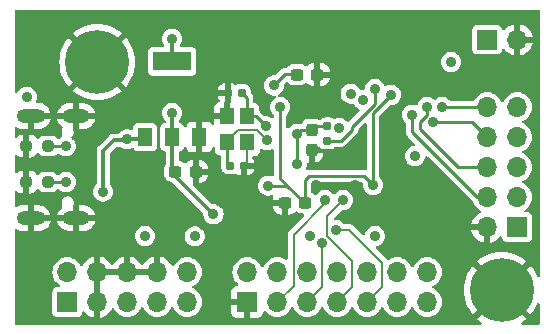
<source format=gbr>
%TF.GenerationSoftware,KiCad,Pcbnew,7.0.6*%
%TF.CreationDate,2023-11-01T23:53:57-04:00*%
%TF.ProjectId,FT2232_Board,46543232-3332-45f4-926f-6172642e6b69,rev?*%
%TF.SameCoordinates,Original*%
%TF.FileFunction,Copper,L4,Bot*%
%TF.FilePolarity,Positive*%
%FSLAX46Y46*%
G04 Gerber Fmt 4.6, Leading zero omitted, Abs format (unit mm)*
G04 Created by KiCad (PCBNEW 7.0.6) date 2023-11-01 23:53:57*
%MOMM*%
%LPD*%
G01*
G04 APERTURE LIST*
G04 Aperture macros list*
%AMRoundRect*
0 Rectangle with rounded corners*
0 $1 Rounding radius*
0 $2 $3 $4 $5 $6 $7 $8 $9 X,Y pos of 4 corners*
0 Add a 4 corners polygon primitive as box body*
4,1,4,$2,$3,$4,$5,$6,$7,$8,$9,$2,$3,0*
0 Add four circle primitives for the rounded corners*
1,1,$1+$1,$2,$3*
1,1,$1+$1,$4,$5*
1,1,$1+$1,$6,$7*
1,1,$1+$1,$8,$9*
0 Add four rect primitives between the rounded corners*
20,1,$1+$1,$2,$3,$4,$5,0*
20,1,$1+$1,$4,$5,$6,$7,0*
20,1,$1+$1,$6,$7,$8,$9,0*
20,1,$1+$1,$8,$9,$2,$3,0*%
G04 Aperture macros list end*
%TA.AperFunction,ComponentPad*%
%ADD10C,0.800000*%
%TD*%
%TA.AperFunction,ComponentPad*%
%ADD11C,5.400000*%
%TD*%
%TA.AperFunction,SMDPad,CuDef*%
%ADD12R,1.200000X1.400000*%
%TD*%
%TA.AperFunction,SMDPad,CuDef*%
%ADD13R,3.300000X1.600000*%
%TD*%
%TA.AperFunction,SMDPad,CuDef*%
%ADD14R,1.200000X1.600000*%
%TD*%
%TA.AperFunction,SMDPad,CuDef*%
%ADD15RoundRect,0.237500X0.250000X0.237500X-0.250000X0.237500X-0.250000X-0.237500X0.250000X-0.237500X0*%
%TD*%
%TA.AperFunction,SMDPad,CuDef*%
%ADD16RoundRect,0.237500X-0.250000X-0.237500X0.250000X-0.237500X0.250000X0.237500X-0.250000X0.237500X0*%
%TD*%
%TA.AperFunction,ComponentPad*%
%ADD17R,1.700000X1.700000*%
%TD*%
%TA.AperFunction,ComponentPad*%
%ADD18O,1.700000X1.700000*%
%TD*%
%TA.AperFunction,ComponentPad*%
%ADD19O,2.316000X1.158000*%
%TD*%
%TA.AperFunction,ComponentPad*%
%ADD20O,2.400000X1.200000*%
%TD*%
%TA.AperFunction,SMDPad,CuDef*%
%ADD21RoundRect,0.160000X-0.160000X0.197500X-0.160000X-0.197500X0.160000X-0.197500X0.160000X0.197500X0*%
%TD*%
%TA.AperFunction,SMDPad,CuDef*%
%ADD22RoundRect,0.237500X-0.300000X-0.237500X0.300000X-0.237500X0.300000X0.237500X-0.300000X0.237500X0*%
%TD*%
%TA.AperFunction,SMDPad,CuDef*%
%ADD23RoundRect,0.155000X-0.212500X-0.155000X0.212500X-0.155000X0.212500X0.155000X-0.212500X0.155000X0*%
%TD*%
%TA.AperFunction,SMDPad,CuDef*%
%ADD24RoundRect,0.155000X0.212500X0.155000X-0.212500X0.155000X-0.212500X-0.155000X0.212500X-0.155000X0*%
%TD*%
%TA.AperFunction,SMDPad,CuDef*%
%ADD25RoundRect,0.237500X0.300000X0.237500X-0.300000X0.237500X-0.300000X-0.237500X0.300000X-0.237500X0*%
%TD*%
%TA.AperFunction,SMDPad,CuDef*%
%ADD26RoundRect,0.237500X-0.237500X0.300000X-0.237500X-0.300000X0.237500X-0.300000X0.237500X0.300000X0*%
%TD*%
%TA.AperFunction,ViaPad*%
%ADD27C,0.900000*%
%TD*%
%TA.AperFunction,Conductor*%
%ADD28C,0.300000*%
%TD*%
%TA.AperFunction,Conductor*%
%ADD29C,0.250000*%
%TD*%
%TA.AperFunction,Conductor*%
%ADD30C,0.200000*%
%TD*%
G04 APERTURE END LIST*
D10*
%TO.P,H2,1,1*%
%TO.N,GND*%
X147107309Y-99475891D03*
D11*
X148539200Y-98044000D03*
D10*
X148539200Y-100069000D03*
X149971091Y-96612109D03*
X146514200Y-98044000D03*
X148539200Y-96019000D03*
X150564200Y-98044000D03*
X149971091Y-99475891D03*
X147107309Y-96612109D03*
%TD*%
%TO.P,H1,1,1*%
%TO.N,GND*%
X112868109Y-80171891D03*
D11*
X114300000Y-78740000D03*
D10*
X114300000Y-80765000D03*
X115731891Y-77308109D03*
X112275000Y-78740000D03*
X114300000Y-76715000D03*
X116325000Y-78740000D03*
X115731891Y-80171891D03*
X112868109Y-77308109D03*
%TD*%
D12*
%TO.P,Y1,1*%
%TO.N,Net-(U101-OSCI)*%
X126986400Y-83329600D03*
%TO.P,Y1,2,GND*%
%TO.N,GND*%
X126986400Y-85529600D03*
%TO.P,Y1,3*%
%TO.N,Net-(U101-OSCO)*%
X125286400Y-85529600D03*
%TO.P,Y1,4,GND*%
%TO.N,GND*%
X125286400Y-83329600D03*
%TD*%
D13*
%TO.P,U3,4,VOUT*%
%TO.N,/3.3V*%
X120650000Y-78678428D03*
D14*
%TO.P,U3,3,INPUT*%
%TO.N,/USB_5V*%
X118350000Y-85078428D03*
%TO.P,U3,2,OUTPUT*%
%TO.N,/3.3V*%
X120650000Y-85078428D03*
%TO.P,U3,1,GND*%
%TO.N,GND*%
X122950000Y-85078428D03*
%TD*%
D15*
%TO.P,R8,1*%
%TO.N,Net-(J101-CC2)*%
X110109000Y-88900000D03*
%TO.P,R8,2*%
%TO.N,GND*%
X108284000Y-88900000D03*
%TD*%
D16*
%TO.P,R9,1*%
%TO.N,GND*%
X108307500Y-85852000D03*
%TO.P,R9,2*%
%TO.N,Net-(J101-CC1)*%
X110132500Y-85852000D03*
%TD*%
D17*
%TO.P,J4,1,Pin_1*%
%TO.N,/VCCIO*%
X147315000Y-76835000D03*
D18*
%TO.P,J4,2,Pin_2*%
%TO.N,GND*%
X149855000Y-76835000D03*
%TD*%
D17*
%TO.P,J3,1,Pin_1*%
%TO.N,GND*%
X127000000Y-99060000D03*
D18*
%TO.P,J3,2,Pin_2*%
%TO.N,/VCCIO*%
X127000000Y-96520000D03*
%TO.P,J3,3,Pin_3*%
%TO.N,/GPIOL0*%
X129540000Y-99060000D03*
%TO.P,J3,4,Pin_4*%
%TO.N,/GPIOH0*%
X129540000Y-96520000D03*
%TO.P,J3,5,Pin_5*%
%TO.N,/GPIOL1*%
X132080000Y-99060000D03*
%TO.P,J3,6,Pin_6*%
%TO.N,/GPIOH1*%
X132080000Y-96520000D03*
%TO.P,J3,7,Pin_7*%
%TO.N,/GPIOL2*%
X134620000Y-99060000D03*
%TO.P,J3,8,Pin_8*%
%TO.N,/GPIOH2*%
X134620000Y-96520000D03*
%TO.P,J3,9,Pin_9*%
%TO.N,/GPIOL3*%
X137160000Y-99060000D03*
%TO.P,J3,10,Pin_10*%
%TO.N,/GPIOH3*%
X137160000Y-96520000D03*
%TO.P,J3,11,Pin_11*%
%TO.N,/GPIOH6*%
X139700000Y-99060000D03*
%TO.P,J3,12,Pin_12*%
%TO.N,/GPIOH4*%
X139700000Y-96520000D03*
%TO.P,J3,13,Pin_13*%
%TO.N,/GPIOH7*%
X142240000Y-99060000D03*
%TO.P,J3,14,Pin_14*%
%TO.N,/GPIOH5*%
X142240000Y-96520000D03*
%TD*%
D17*
%TO.P,J5,1,Pin_1*%
%TO.N,/UART_TX_OUT*%
X149860000Y-92710000D03*
D18*
%TO.P,J5,2,Pin_2*%
%TO.N,GND*%
X147320000Y-92710000D03*
%TO.P,J5,3,Pin_3*%
%TO.N,/UART_RX_IN*%
X149860000Y-90170000D03*
%TO.P,J5,4,Pin_4*%
%TO.N,/TXDEN_OUT*%
X147320000Y-90170000D03*
%TO.P,J5,5,Pin_5*%
%TO.N,/UART_RTS_OUT*%
X149860000Y-87630000D03*
%TO.P,J5,6,Pin_6*%
%TO.N,/UART_RI_IN*%
X147320000Y-87630000D03*
%TO.P,J5,7,Pin_7*%
%TO.N,/UART_CTS_IN*%
X149860000Y-85090000D03*
%TO.P,J5,8,Pin_8*%
%TO.N,/UART_DCD_IN*%
X147320000Y-85090000D03*
%TO.P,J5,9,Pin_9*%
%TO.N,/UART_DTR_OUT*%
X149860000Y-82550000D03*
%TO.P,J5,10,Pin_10*%
%TO.N,/UART_DSR_IN*%
X147320000Y-82550000D03*
%TD*%
D17*
%TO.P,J2,1,Pin_1*%
%TO.N,/TCK*%
X111760000Y-99060000D03*
D18*
%TO.P,J2,2,Pin_2*%
%TO.N,/VCCIO*%
X111760000Y-96520000D03*
%TO.P,J2,3,Pin_3*%
%TO.N,GND*%
X114300000Y-99060000D03*
%TO.P,J2,4,Pin_4*%
X114300000Y-96520000D03*
%TO.P,J2,5,Pin_5*%
%TO.N,/TDI*%
X116840000Y-99060000D03*
%TO.P,J2,6,Pin_6*%
%TO.N,GND*%
X116840000Y-96520000D03*
%TO.P,J2,7,Pin_7*%
%TO.N,/TMS*%
X119380000Y-99060000D03*
%TO.P,J2,8,Pin_8*%
%TO.N,GND*%
X119380000Y-96520000D03*
%TO.P,J2,9,Pin_9*%
%TO.N,/TDO*%
X121920000Y-99060000D03*
%TO.P,J2,10,Pin_10*%
%TO.N,unconnected-(J102-Pin_10-Pad10)*%
X121920000Y-96520000D03*
%TD*%
D19*
%TO.P,J1,S3,SHIELD*%
%TO.N,GND*%
X112523500Y-83308000D03*
%TO.P,J1,S4,SHIELD*%
X112523500Y-91948000D03*
D20*
%TO.P,J1,S5,SHIELD*%
X108698500Y-83308000D03*
%TO.P,J1,S6,SHIELD*%
X108698500Y-91948000D03*
%TD*%
D21*
%TO.P,FB1,2*%
%TO.N,/3.3V*%
X133781800Y-85382700D03*
%TO.P,FB1,1*%
%TO.N,Net-(U101-VPHY)*%
X133781800Y-84187700D03*
%TD*%
D22*
%TO.P,C4,1*%
%TO.N,/3.3V*%
X120930500Y-88011000D03*
%TO.P,C4,2*%
%TO.N,GND*%
X122655500Y-88011000D03*
%TD*%
D23*
%TO.P,C5,1*%
%TO.N,Net-(U101-OSCO)*%
X125586400Y-87529600D03*
%TO.P,C5,2*%
%TO.N,GND*%
X126721400Y-87529600D03*
%TD*%
D24*
%TO.P,C6,1*%
%TO.N,Net-(U101-OSCI)*%
X126518900Y-81329600D03*
%TO.P,C6,2*%
%TO.N,GND*%
X125383900Y-81329600D03*
%TD*%
D22*
%TO.P,C7,1*%
%TO.N,/3.3V*%
X131217500Y-79806800D03*
%TO.P,C7,2*%
%TO.N,GND*%
X132942500Y-79806800D03*
%TD*%
D25*
%TO.P,C9,1*%
%TO.N,/1.8V*%
X131926500Y-90678000D03*
%TO.P,C9,2*%
%TO.N,GND*%
X130201500Y-90678000D03*
%TD*%
D26*
%TO.P,C8,1*%
%TO.N,Net-(U101-VPHY)*%
X132461000Y-84481500D03*
%TO.P,C8,2*%
%TO.N,GND*%
X132461000Y-86206500D03*
%TD*%
D27*
%TO.N,GND*%
X140360400Y-93573600D03*
X150571200Y-79908400D03*
X132080000Y-76606400D03*
X108254800Y-100126800D03*
X108356400Y-75641200D03*
%TO.N,Net-(U101-OSCO)*%
X128676400Y-85344000D03*
%TO.N,Net-(U101-OSCI)*%
X128574800Y-84175600D03*
%TO.N,GND*%
X140817600Y-80721200D03*
X117957600Y-81991200D03*
X117602000Y-88442800D03*
X124256800Y-88696800D03*
X120548400Y-93370400D03*
%TO.N,/TX_LED*%
X135763000Y-81407000D03*
%TO.N,/RX_LED*%
X136779000Y-81915000D03*
X122555000Y-93495500D03*
%TO.N,/TX_LED*%
X118364000Y-93472000D03*
%TO.N,/3.3V*%
X124142500Y-91630500D03*
%TO.N,GND*%
X128905000Y-91567000D03*
%TO.N,/GPIOL0*%
X133604000Y-90424000D03*
%TO.N,/GPIOL2*%
X135128000Y-90424000D03*
%TO.N,/GPIOL1*%
X133350000Y-94100500D03*
%TO.N,/GPIOL3*%
X134546500Y-92964000D03*
%TO.N,/TXDEN_OUT*%
X140970000Y-83185000D03*
%TO.N,/UART_RI_IN*%
X142240000Y-82550000D03*
%TO.N,/UART_DCD_IN*%
X142735500Y-83820000D03*
%TO.N,/UART_DSR_IN*%
X143510000Y-82550000D03*
%TO.N,Net-(U101-VPHY)*%
X131191000Y-87376000D03*
X131191000Y-84836000D03*
%TO.N,/3.3V*%
X120650000Y-83058000D03*
X120650000Y-76758800D03*
%TO.N,GND*%
X123190000Y-81991200D03*
%TO.N,/3.3V*%
X108331000Y-81661000D03*
%TO.N,Net-(J101-CC2)*%
X111633000Y-88900000D03*
%TO.N,Net-(J101-CC1)*%
X111633000Y-85852000D03*
%TO.N,GND*%
X108331000Y-87503000D03*
%TO.N,/USB_5V*%
X116840000Y-85278000D03*
X114808000Y-89712800D03*
%TO.N,GND*%
X134620000Y-79781400D03*
%TO.N,/VCCIO*%
X132296000Y-93472000D03*
%TO.N,/1.8V*%
X128778000Y-89200000D03*
X137668000Y-89154000D03*
%TO.N,GND*%
X134620000Y-87376000D03*
X132842000Y-89154000D03*
X136144000Y-89154000D03*
X136144000Y-85852000D03*
X127203200Y-78232000D03*
%TO.N,/1.8V*%
X129794000Y-82550000D03*
%TO.N,/3.3V*%
X129286000Y-80721200D03*
X137796000Y-81026000D03*
%TO.N,/1.8V*%
X139192000Y-81534000D03*
%TO.N,/VCCIO*%
X137796000Y-93472000D03*
X134796000Y-84328000D03*
X141224000Y-86700000D03*
X144272000Y-78740000D03*
%TD*%
D28*
%TO.N,/3.3V*%
X120650000Y-76758800D02*
X120650000Y-78678428D01*
X120930500Y-88418500D02*
X124142500Y-91630500D01*
X120930500Y-88011000D02*
X120930500Y-88418500D01*
D29*
X120930500Y-88011000D02*
X120650000Y-87730500D01*
D28*
%TO.N,/USB_5V*%
X114808000Y-86233000D02*
X115697000Y-85344000D01*
X114808000Y-89712800D02*
X114808000Y-86233000D01*
X116774000Y-85344000D02*
X116840000Y-85278000D01*
X115697000Y-85344000D02*
X116774000Y-85344000D01*
D30*
%TO.N,/GPIOL3*%
X134546500Y-92964000D02*
X135636000Y-92964000D01*
%TO.N,GND*%
X134569200Y-87426800D02*
X134620000Y-87376000D01*
X132461000Y-86944200D02*
X132943600Y-87426800D01*
X132943600Y-87426800D02*
X134569200Y-87426800D01*
X132461000Y-86206500D02*
X132461000Y-86944200D01*
D29*
%TO.N,/UART_RI_IN*%
X144830800Y-87630000D02*
X147320000Y-87630000D01*
X141605000Y-83820000D02*
X141605000Y-84404200D01*
X142240000Y-83185000D02*
X141605000Y-83820000D01*
X142240000Y-82550000D02*
X142240000Y-83185000D01*
X141605000Y-84404200D02*
X144830800Y-87630000D01*
%TO.N,/TXDEN_OUT*%
X140970000Y-84683600D02*
X140970000Y-83185000D01*
X146456400Y-90170000D02*
X140970000Y-84683600D01*
X147320000Y-90170000D02*
X146456400Y-90170000D01*
%TO.N,/3.3V*%
X134962300Y-85382700D02*
X133781800Y-85382700D01*
X135890000Y-84455000D02*
X134962300Y-85382700D01*
X137218000Y-82898400D02*
X135890000Y-84226400D01*
X137218000Y-82871604D02*
X137218000Y-82898400D01*
X137796000Y-82293604D02*
X137218000Y-82871604D01*
X135890000Y-84226400D02*
X135890000Y-84455000D01*
X137796000Y-81026000D02*
X137796000Y-82293604D01*
D30*
%TO.N,Net-(U101-OSCO)*%
X127812800Y-84480400D02*
X126187200Y-84480400D01*
X125286400Y-85381200D02*
X125286400Y-85529600D01*
X128676400Y-85344000D02*
X127812800Y-84480400D01*
X126187200Y-84480400D02*
X125286400Y-85381200D01*
D29*
%TO.N,Net-(U101-OSCI)*%
X126986400Y-83329600D02*
X127728800Y-83329600D01*
X127728800Y-83329600D02*
X128574800Y-84175600D01*
D30*
%TO.N,GND*%
X126986400Y-87264600D02*
X126721400Y-87529600D01*
X126986400Y-85529600D02*
X126986400Y-87264600D01*
D29*
X132967900Y-79781400D02*
X132942500Y-79806800D01*
X134620000Y-79781400D02*
X132967900Y-79781400D01*
D30*
%TO.N,/GPIOL0*%
X130930000Y-93352000D02*
X130930000Y-97670000D01*
X133604000Y-90678000D02*
X130930000Y-93352000D01*
X130930000Y-97670000D02*
X129540000Y-99060000D01*
X133604000Y-90424000D02*
X133604000Y-90678000D01*
%TO.N,/GPIOL2*%
X135890000Y-97790000D02*
X134620000Y-99060000D01*
X133796500Y-91755500D02*
X133796500Y-93486339D01*
X133796500Y-93486339D02*
X135890000Y-95579839D01*
X135890000Y-95579839D02*
X135890000Y-97790000D01*
X135128000Y-90424000D02*
X133796500Y-91755500D01*
%TO.N,/GPIOL3*%
X138430000Y-97790000D02*
X138430000Y-95758000D01*
X138430000Y-95758000D02*
X135636000Y-92964000D01*
X137160000Y-99060000D02*
X138430000Y-97790000D01*
%TO.N,/GPIOL1*%
X133350000Y-94100500D02*
X133350000Y-97790000D01*
X133350000Y-97790000D02*
X132080000Y-99060000D01*
D29*
%TO.N,/UART_DCD_IN*%
X146050000Y-83820000D02*
X147320000Y-85090000D01*
X142735500Y-83820000D02*
X146050000Y-83820000D01*
%TO.N,/UART_DSR_IN*%
X143510000Y-82550000D02*
X147320000Y-82550000D01*
%TO.N,Net-(U101-VPHY)*%
X131191000Y-87376000D02*
X131191000Y-84836000D01*
X132754800Y-84187700D02*
X132461000Y-84481500D01*
X133781800Y-84187700D02*
X132754800Y-84187700D01*
X131545500Y-84481500D02*
X131191000Y-84836000D01*
X132461000Y-84481500D02*
X131545500Y-84481500D01*
%TO.N,/1.8V*%
X139192000Y-81534000D02*
X137668000Y-83058000D01*
X137668000Y-83058000D02*
X137668000Y-89154000D01*
X130383000Y-89200000D02*
X130391450Y-89191550D01*
X128778000Y-89200000D02*
X130383000Y-89200000D01*
X130391450Y-89191550D02*
X131877900Y-90678000D01*
X129794000Y-88594100D02*
X130391450Y-89191550D01*
X129794000Y-82550000D02*
X129794000Y-88594100D01*
X132220000Y-88379000D02*
X131877900Y-88721100D01*
X131877900Y-88721100D02*
X131877900Y-90678000D01*
X136893000Y-88379000D02*
X132220000Y-88379000D01*
X137668000Y-89154000D02*
X136893000Y-88379000D01*
D28*
%TO.N,/3.3V*%
X120650000Y-85078428D02*
X120650000Y-83058000D01*
D29*
%TO.N,Net-(U101-OSCI)*%
X126986400Y-81797100D02*
X126518900Y-81329600D01*
X126986400Y-83329600D02*
X126986400Y-81797100D01*
%TO.N,Net-(U101-OSCO)*%
X125286400Y-85529600D02*
X125286400Y-87229600D01*
D28*
%TO.N,/3.3V*%
X120650000Y-87730500D02*
X120650000Y-85078428D01*
D29*
%TO.N,Net-(J101-CC1)*%
X111633000Y-85852000D02*
X110132500Y-85852000D01*
%TO.N,Net-(J101-CC2)*%
X111633000Y-88900000D02*
X110109000Y-88900000D01*
D28*
%TO.N,/USB_5V*%
X118150428Y-85278000D02*
X118350000Y-85078428D01*
X116840000Y-85278000D02*
X118150428Y-85278000D01*
D29*
%TO.N,/3.3V*%
X131217500Y-79756000D02*
X130225800Y-79756000D01*
X130225800Y-79756000D02*
X129286000Y-80695800D01*
%TD*%
%TA.AperFunction,Conductor*%
%TO.N,GND*%
G36*
X137061834Y-83900249D02*
G01*
X137117767Y-83942121D01*
X137142184Y-84007585D01*
X137142500Y-84016431D01*
X137142500Y-87738978D01*
X137122815Y-87806017D01*
X137070011Y-87851772D01*
X137005817Y-87862327D01*
X137002022Y-87861937D01*
X136981255Y-87857990D01*
X136965231Y-87853500D01*
X136965228Y-87853500D01*
X136923120Y-87853500D01*
X136916778Y-87853175D01*
X136898853Y-87851332D01*
X136874892Y-87848869D01*
X136874888Y-87848869D01*
X136865576Y-87850474D01*
X136858485Y-87851697D01*
X136837420Y-87853500D01*
X132228984Y-87853500D01*
X132165755Y-87851340D01*
X132165754Y-87851340D01*
X132165751Y-87851340D01*
X132124847Y-87861307D01*
X132118611Y-87862493D01*
X132114186Y-87863101D01*
X132045090Y-87852732D01*
X131992569Y-87806653D01*
X131973297Y-87739494D01*
X131979363Y-87701942D01*
X132027497Y-87553803D01*
X132046185Y-87376000D01*
X132046184Y-87375990D01*
X132046185Y-87369501D01*
X132048798Y-87369501D01*
X132059236Y-87312237D01*
X132106937Y-87261185D01*
X132171196Y-87244906D01*
X132171196Y-87244000D01*
X132210999Y-87243999D01*
X132211000Y-86456500D01*
X132711000Y-86456500D01*
X132711000Y-87243999D01*
X132747640Y-87243999D01*
X132747654Y-87243998D01*
X132848652Y-87233680D01*
X133012300Y-87179453D01*
X133012311Y-87179448D01*
X133159034Y-87088947D01*
X133159038Y-87088944D01*
X133280944Y-86967038D01*
X133280947Y-86967034D01*
X133371448Y-86820311D01*
X133371453Y-86820300D01*
X133425680Y-86656652D01*
X133435999Y-86555654D01*
X133436000Y-86555641D01*
X133436000Y-86456500D01*
X132711000Y-86456500D01*
X132211000Y-86456500D01*
X132211000Y-86080500D01*
X132230685Y-86013460D01*
X132283489Y-85967706D01*
X132335000Y-85956500D01*
X133149388Y-85956500D01*
X133216427Y-85976185D01*
X133224874Y-85982124D01*
X133339131Y-86069796D01*
X133475480Y-86126274D01*
X133585059Y-86140700D01*
X133978540Y-86140699D01*
X133978542Y-86140699D01*
X134061038Y-86129839D01*
X134088120Y-86126274D01*
X134224469Y-86069796D01*
X134341554Y-85979954D01*
X134341556Y-85979952D01*
X134359387Y-85956714D01*
X134415814Y-85915511D01*
X134457763Y-85908200D01*
X134953316Y-85908200D01*
X135016545Y-85910360D01*
X135057469Y-85900386D01*
X135063668Y-85899207D01*
X135105411Y-85893471D01*
X135120686Y-85886835D01*
X135140721Y-85880097D01*
X135156894Y-85876157D01*
X135193616Y-85855508D01*
X135199255Y-85852707D01*
X135237909Y-85835919D01*
X135250828Y-85825407D01*
X135268297Y-85813518D01*
X135282812Y-85805358D01*
X135312598Y-85775570D01*
X135317299Y-85771328D01*
X135349965Y-85744754D01*
X135359564Y-85731153D01*
X135373181Y-85714987D01*
X136255228Y-84832940D01*
X136292554Y-84798081D01*
X136301467Y-84789757D01*
X136301467Y-84789756D01*
X136301469Y-84789755D01*
X136323353Y-84753766D01*
X136326914Y-84748534D01*
X136352364Y-84714975D01*
X136358473Y-84699482D01*
X136367876Y-84680551D01*
X136376526Y-84666328D01*
X136387888Y-84625770D01*
X136389903Y-84619779D01*
X136405359Y-84580589D01*
X136407061Y-84564022D01*
X136411006Y-84543264D01*
X136415500Y-84527228D01*
X136415500Y-84495431D01*
X136435185Y-84428392D01*
X136451819Y-84407750D01*
X136930819Y-83928750D01*
X136992142Y-83895265D01*
X137061834Y-83900249D01*
G37*
%TD.AperFunction*%
%TA.AperFunction,Conductor*%
G36*
X114550000Y-98624498D02*
G01*
X114442315Y-98575320D01*
X114335763Y-98560000D01*
X114264237Y-98560000D01*
X114157685Y-98575320D01*
X114050000Y-98624498D01*
X114050000Y-96955501D01*
X114157685Y-97004680D01*
X114264237Y-97020000D01*
X114335763Y-97020000D01*
X114442315Y-97004680D01*
X114550000Y-96955501D01*
X114550000Y-98624498D01*
G37*
%TD.AperFunction*%
%TA.AperFunction,Conductor*%
G36*
X116380507Y-96310156D02*
G01*
X116340000Y-96448111D01*
X116340000Y-96591889D01*
X116380507Y-96729844D01*
X116406314Y-96770000D01*
X114733686Y-96770000D01*
X114759493Y-96729844D01*
X114800000Y-96591889D01*
X114800000Y-96448111D01*
X114759493Y-96310156D01*
X114733686Y-96270000D01*
X116406314Y-96270000D01*
X116380507Y-96310156D01*
G37*
%TD.AperFunction*%
%TA.AperFunction,Conductor*%
G36*
X118920507Y-96310156D02*
G01*
X118880000Y-96448111D01*
X118880000Y-96591889D01*
X118920507Y-96729844D01*
X118946314Y-96770000D01*
X117273686Y-96770000D01*
X117299493Y-96729844D01*
X117340000Y-96591889D01*
X117340000Y-96448111D01*
X117299493Y-96310156D01*
X117273686Y-96270000D01*
X118946314Y-96270000D01*
X118920507Y-96310156D01*
G37*
%TD.AperFunction*%
%TA.AperFunction,Conductor*%
G36*
X115891255Y-79977702D02*
G01*
X115829436Y-79936396D01*
X115756515Y-79921891D01*
X115707267Y-79921891D01*
X115634346Y-79936396D01*
X115551651Y-79991651D01*
X115496396Y-80074346D01*
X115476993Y-80171891D01*
X115496396Y-80269436D01*
X115537702Y-80331255D01*
X115061373Y-79854925D01*
X115171078Y-79778110D01*
X115338110Y-79611078D01*
X115414926Y-79501373D01*
X115891255Y-79977702D01*
G37*
%TD.AperFunction*%
%TA.AperFunction,Conductor*%
G36*
X113261890Y-79611078D02*
G01*
X113428922Y-79778110D01*
X113538626Y-79854925D01*
X113062298Y-80331253D01*
X113103604Y-80269436D01*
X113123007Y-80171891D01*
X113103604Y-80074346D01*
X113048349Y-79991651D01*
X112965654Y-79936396D01*
X112892733Y-79921891D01*
X112843485Y-79921891D01*
X112770564Y-79936396D01*
X112708738Y-79977706D01*
X113185073Y-79501372D01*
X113261890Y-79611078D01*
G37*
%TD.AperFunction*%
%TA.AperFunction,Conductor*%
G36*
X113538626Y-77625074D02*
G01*
X113428922Y-77701890D01*
X113261890Y-77868922D01*
X113185073Y-77978627D01*
X112708739Y-77502294D01*
X112770564Y-77543604D01*
X112843485Y-77558109D01*
X112892733Y-77558109D01*
X112965654Y-77543604D01*
X113048349Y-77488349D01*
X113103604Y-77405654D01*
X113123007Y-77308109D01*
X113103604Y-77210564D01*
X113062298Y-77148745D01*
X113538626Y-77625074D01*
G37*
%TD.AperFunction*%
%TA.AperFunction,Conductor*%
G36*
X115496396Y-77210564D02*
G01*
X115476993Y-77308109D01*
X115496396Y-77405654D01*
X115551651Y-77488349D01*
X115634346Y-77543604D01*
X115707267Y-77558109D01*
X115756515Y-77558109D01*
X115829436Y-77543604D01*
X115891252Y-77502299D01*
X115414925Y-77978626D01*
X115338110Y-77868922D01*
X115171078Y-77701890D01*
X115061371Y-77625072D01*
X115537707Y-77148736D01*
X115496396Y-77210564D01*
G37*
%TD.AperFunction*%
%TA.AperFunction,Conductor*%
G36*
X151708039Y-74314685D02*
G01*
X151753794Y-74367489D01*
X151765000Y-74419000D01*
X151765000Y-96846377D01*
X151745315Y-96913416D01*
X151692511Y-96959171D01*
X151623353Y-96969115D01*
X151559797Y-96940090D01*
X151526439Y-96893830D01*
X151426843Y-96653385D01*
X151252984Y-96338810D01*
X151252981Y-96338805D01*
X151045006Y-96045693D01*
X150972355Y-95964397D01*
X150165281Y-96771470D01*
X150206586Y-96709654D01*
X150225989Y-96612109D01*
X150206586Y-96514564D01*
X150151331Y-96431869D01*
X150068636Y-96376614D01*
X149995715Y-96362109D01*
X149946467Y-96362109D01*
X149873546Y-96376614D01*
X149811722Y-96417922D01*
X150618802Y-95610843D01*
X150537506Y-95538193D01*
X150244394Y-95330218D01*
X150244389Y-95330215D01*
X149929813Y-95156355D01*
X149929809Y-95156353D01*
X149597752Y-95018812D01*
X149252394Y-94919316D01*
X149252385Y-94919314D01*
X148898058Y-94859112D01*
X148898046Y-94859110D01*
X148539199Y-94838958D01*
X148180353Y-94859110D01*
X148180341Y-94859112D01*
X147826014Y-94919314D01*
X147826005Y-94919316D01*
X147480647Y-95018812D01*
X147148590Y-95156353D01*
X147148586Y-95156355D01*
X146834010Y-95330215D01*
X146834005Y-95330218D01*
X146540893Y-95538194D01*
X146540885Y-95538199D01*
X146459597Y-95610842D01*
X147266678Y-96417923D01*
X147204854Y-96376614D01*
X147131933Y-96362109D01*
X147082685Y-96362109D01*
X147009764Y-96376614D01*
X146927069Y-96431869D01*
X146871814Y-96514564D01*
X146852411Y-96612109D01*
X146871814Y-96709654D01*
X146913121Y-96771475D01*
X146106043Y-95964397D01*
X146106042Y-95964397D01*
X146033399Y-96045685D01*
X146033394Y-96045693D01*
X145825418Y-96338805D01*
X145825415Y-96338810D01*
X145651555Y-96653386D01*
X145651553Y-96653390D01*
X145514012Y-96985447D01*
X145414516Y-97330805D01*
X145414514Y-97330814D01*
X145354312Y-97685141D01*
X145354310Y-97685153D01*
X145334158Y-98043999D01*
X145354310Y-98402846D01*
X145354312Y-98402858D01*
X145414514Y-98757185D01*
X145414516Y-98757194D01*
X145514012Y-99102552D01*
X145651553Y-99434609D01*
X145651555Y-99434613D01*
X145825415Y-99749189D01*
X145825418Y-99749194D01*
X146033393Y-100042306D01*
X146106043Y-100123601D01*
X146913124Y-99316519D01*
X146871814Y-99378346D01*
X146852411Y-99475891D01*
X146871814Y-99573436D01*
X146927069Y-99656131D01*
X147009764Y-99711386D01*
X147082685Y-99725891D01*
X147131933Y-99725891D01*
X147204854Y-99711386D01*
X147266671Y-99670080D01*
X146459597Y-100477155D01*
X146540893Y-100549806D01*
X146808763Y-100739871D01*
X146852047Y-100794718D01*
X146858807Y-100864260D01*
X146826896Y-100926417D01*
X146766447Y-100961455D01*
X146737008Y-100965000D01*
X107439000Y-100965000D01*
X107371961Y-100945315D01*
X107326206Y-100892511D01*
X107315000Y-100841000D01*
X107315000Y-96913416D01*
X107315000Y-96520000D01*
X110504723Y-96520000D01*
X110523081Y-96729844D01*
X110523793Y-96737975D01*
X110523793Y-96737979D01*
X110580422Y-96949322D01*
X110580424Y-96949326D01*
X110580425Y-96949330D01*
X110613379Y-97020000D01*
X110672897Y-97147638D01*
X110677458Y-97154151D01*
X110798402Y-97326877D01*
X110953123Y-97481598D01*
X111099263Y-97583926D01*
X111142887Y-97638502D01*
X111150081Y-97708000D01*
X111118558Y-97770355D01*
X111058328Y-97805769D01*
X111028140Y-97809500D01*
X110878482Y-97809500D01*
X110797519Y-97822323D01*
X110784696Y-97824354D01*
X110671658Y-97881950D01*
X110671657Y-97881950D01*
X110671657Y-97881951D01*
X110671652Y-97881954D01*
X110581954Y-97971652D01*
X110581951Y-97971657D01*
X110581950Y-97971658D01*
X110575538Y-97984242D01*
X110524352Y-98084698D01*
X110509500Y-98178475D01*
X110509500Y-99941517D01*
X110514242Y-99971455D01*
X110524354Y-100035304D01*
X110581950Y-100148342D01*
X110581952Y-100148344D01*
X110581954Y-100148347D01*
X110671652Y-100238045D01*
X110671654Y-100238046D01*
X110671658Y-100238050D01*
X110784694Y-100295645D01*
X110784698Y-100295647D01*
X110878475Y-100310499D01*
X110878481Y-100310500D01*
X112641518Y-100310499D01*
X112735304Y-100295646D01*
X112848342Y-100238050D01*
X112938050Y-100148342D01*
X112995646Y-100035304D01*
X113010211Y-99943339D01*
X113040139Y-99880208D01*
X113099450Y-99843276D01*
X113169313Y-99844273D01*
X113227546Y-99882883D01*
X113234258Y-99891615D01*
X113261893Y-99931081D01*
X113428917Y-100098105D01*
X113622421Y-100233600D01*
X113836507Y-100333429D01*
X113836516Y-100333433D01*
X114050000Y-100390634D01*
X114050000Y-99495501D01*
X114157685Y-99544680D01*
X114264237Y-99560000D01*
X114335763Y-99560000D01*
X114442315Y-99544680D01*
X114550000Y-99495501D01*
X114550000Y-100390633D01*
X114763483Y-100333433D01*
X114763492Y-100333429D01*
X114977578Y-100233600D01*
X115171082Y-100098105D01*
X115338105Y-99931082D01*
X115473598Y-99737580D01*
X115512509Y-99654135D01*
X115558681Y-99601695D01*
X115625875Y-99582543D01*
X115692756Y-99602758D01*
X115737273Y-99654133D01*
X115752895Y-99687633D01*
X115752898Y-99687639D01*
X115878402Y-99866877D01*
X116033123Y-100021598D01*
X116212361Y-100147102D01*
X116410670Y-100239575D01*
X116622023Y-100296207D01*
X116804926Y-100312208D01*
X116839998Y-100315277D01*
X116840000Y-100315277D01*
X116840002Y-100315277D01*
X116868254Y-100312805D01*
X117057977Y-100296207D01*
X117269330Y-100239575D01*
X117467639Y-100147102D01*
X117646877Y-100021598D01*
X117801598Y-99866877D01*
X117927102Y-99687639D01*
X117997618Y-99536414D01*
X118043790Y-99483977D01*
X118110984Y-99464825D01*
X118177865Y-99485041D01*
X118222381Y-99536414D01*
X118292898Y-99687639D01*
X118418402Y-99866877D01*
X118573123Y-100021598D01*
X118752361Y-100147102D01*
X118950670Y-100239575D01*
X119162023Y-100296207D01*
X119344926Y-100312208D01*
X119379998Y-100315277D01*
X119380000Y-100315277D01*
X119380002Y-100315277D01*
X119408254Y-100312805D01*
X119597977Y-100296207D01*
X119809330Y-100239575D01*
X120007639Y-100147102D01*
X120186877Y-100021598D01*
X120341598Y-99866877D01*
X120467102Y-99687639D01*
X120537619Y-99536414D01*
X120583789Y-99483977D01*
X120650982Y-99464825D01*
X120717863Y-99485040D01*
X120762381Y-99536416D01*
X120832897Y-99687638D01*
X120832898Y-99687639D01*
X120958402Y-99866877D01*
X121113123Y-100021598D01*
X121292361Y-100147102D01*
X121490670Y-100239575D01*
X121702023Y-100296207D01*
X121884926Y-100312208D01*
X121919998Y-100315277D01*
X121920000Y-100315277D01*
X121920002Y-100315277D01*
X121948254Y-100312805D01*
X122137977Y-100296207D01*
X122349330Y-100239575D01*
X122547639Y-100147102D01*
X122726877Y-100021598D01*
X122881598Y-99866877D01*
X123007102Y-99687639D01*
X123099575Y-99489330D01*
X123156207Y-99277977D01*
X123175277Y-99060000D01*
X123156207Y-98842023D01*
X123099575Y-98630670D01*
X123007102Y-98432362D01*
X123007100Y-98432359D01*
X123007099Y-98432357D01*
X122881599Y-98253124D01*
X122805130Y-98176655D01*
X122726877Y-98098402D01*
X122547639Y-97972898D01*
X122396414Y-97902381D01*
X122343977Y-97856210D01*
X122324825Y-97789016D01*
X122345041Y-97722135D01*
X122396414Y-97677618D01*
X122547639Y-97607102D01*
X122726877Y-97481598D01*
X122881598Y-97326877D01*
X123007102Y-97147639D01*
X123099575Y-96949330D01*
X123156207Y-96737977D01*
X123175277Y-96520000D01*
X123174801Y-96514564D01*
X123168988Y-96448111D01*
X123156207Y-96302023D01*
X123099575Y-96090670D01*
X123007102Y-95892362D01*
X123007100Y-95892359D01*
X123007099Y-95892357D01*
X122881599Y-95713124D01*
X122809500Y-95641025D01*
X122726877Y-95558402D01*
X122565054Y-95445092D01*
X122547638Y-95432897D01*
X122446641Y-95385802D01*
X122349330Y-95340425D01*
X122349326Y-95340424D01*
X122349322Y-95340422D01*
X122137977Y-95283793D01*
X121920002Y-95264723D01*
X121919998Y-95264723D01*
X121774682Y-95277436D01*
X121702023Y-95283793D01*
X121702020Y-95283793D01*
X121490677Y-95340422D01*
X121490668Y-95340426D01*
X121292361Y-95432898D01*
X121292357Y-95432900D01*
X121113121Y-95558402D01*
X120958402Y-95713121D01*
X120832900Y-95892357D01*
X120832897Y-95892363D01*
X120817273Y-95925868D01*
X120771099Y-95978307D01*
X120703905Y-95997457D01*
X120637025Y-95977240D01*
X120592509Y-95925865D01*
X120553598Y-95842419D01*
X120418113Y-95648926D01*
X120418108Y-95648920D01*
X120251082Y-95481894D01*
X120057578Y-95346399D01*
X119843492Y-95246570D01*
X119843486Y-95246567D01*
X119630000Y-95189364D01*
X119630000Y-96084498D01*
X119522315Y-96035320D01*
X119415763Y-96020000D01*
X119344237Y-96020000D01*
X119237685Y-96035320D01*
X119130000Y-96084498D01*
X119130000Y-95189364D01*
X119129999Y-95189364D01*
X118916513Y-95246567D01*
X118916507Y-95246570D01*
X118702422Y-95346399D01*
X118702420Y-95346400D01*
X118508926Y-95481886D01*
X118508920Y-95481891D01*
X118341891Y-95648920D01*
X118341890Y-95648922D01*
X118211575Y-95835031D01*
X118156998Y-95878655D01*
X118087499Y-95885848D01*
X118025145Y-95854326D01*
X118008425Y-95835031D01*
X117878109Y-95648922D01*
X117878108Y-95648920D01*
X117711082Y-95481894D01*
X117517578Y-95346399D01*
X117303492Y-95246570D01*
X117303486Y-95246567D01*
X117090000Y-95189364D01*
X117090000Y-96084498D01*
X116982315Y-96035320D01*
X116875763Y-96020000D01*
X116804237Y-96020000D01*
X116697685Y-96035320D01*
X116590000Y-96084498D01*
X116590000Y-95189364D01*
X116589999Y-95189364D01*
X116376513Y-95246567D01*
X116376507Y-95246570D01*
X116162422Y-95346399D01*
X116162420Y-95346400D01*
X115968926Y-95481886D01*
X115968920Y-95481891D01*
X115801891Y-95648920D01*
X115801890Y-95648922D01*
X115671575Y-95835031D01*
X115616998Y-95878655D01*
X115547499Y-95885848D01*
X115485145Y-95854326D01*
X115468425Y-95835031D01*
X115338109Y-95648922D01*
X115338108Y-95648920D01*
X115171082Y-95481894D01*
X114977578Y-95346399D01*
X114763492Y-95246570D01*
X114763486Y-95246567D01*
X114550000Y-95189364D01*
X114550000Y-96084498D01*
X114442315Y-96035320D01*
X114335763Y-96020000D01*
X114264237Y-96020000D01*
X114157685Y-96035320D01*
X114050000Y-96084498D01*
X114050000Y-95189364D01*
X114049999Y-95189364D01*
X113836513Y-95246567D01*
X113836507Y-95246570D01*
X113622422Y-95346399D01*
X113622420Y-95346400D01*
X113428926Y-95481886D01*
X113428920Y-95481891D01*
X113261891Y-95648920D01*
X113261886Y-95648926D01*
X113126400Y-95842420D01*
X113126399Y-95842422D01*
X113087489Y-95925866D01*
X113041317Y-95978305D01*
X112974123Y-95997457D01*
X112907242Y-95977241D01*
X112862725Y-95925866D01*
X112847102Y-95892363D01*
X112847102Y-95892362D01*
X112847100Y-95892359D01*
X112847099Y-95892357D01*
X112721599Y-95713124D01*
X112649500Y-95641025D01*
X112566877Y-95558402D01*
X112405054Y-95445092D01*
X112387638Y-95432897D01*
X112286641Y-95385802D01*
X112189330Y-95340425D01*
X112189326Y-95340424D01*
X112189322Y-95340422D01*
X111977977Y-95283793D01*
X111760002Y-95264723D01*
X111759998Y-95264723D01*
X111614681Y-95277436D01*
X111542023Y-95283793D01*
X111542020Y-95283793D01*
X111330677Y-95340422D01*
X111330668Y-95340426D01*
X111132361Y-95432898D01*
X111132357Y-95432900D01*
X110953121Y-95558402D01*
X110798402Y-95713121D01*
X110672900Y-95892357D01*
X110672898Y-95892361D01*
X110580426Y-96090668D01*
X110580422Y-96090677D01*
X110523793Y-96302020D01*
X110523793Y-96302023D01*
X110520575Y-96338805D01*
X110505199Y-96514564D01*
X110504723Y-96520000D01*
X107315000Y-96520000D01*
X107315000Y-93472000D01*
X117508815Y-93472000D01*
X117527503Y-93649805D01*
X117527504Y-93649807D01*
X117582747Y-93819829D01*
X117582750Y-93819835D01*
X117672141Y-93974665D01*
X117693299Y-93998163D01*
X117791764Y-94107521D01*
X117791767Y-94107523D01*
X117791770Y-94107526D01*
X117936407Y-94212612D01*
X118099733Y-94285329D01*
X118274609Y-94322500D01*
X118274610Y-94322500D01*
X118453389Y-94322500D01*
X118453391Y-94322500D01*
X118628267Y-94285329D01*
X118791593Y-94212612D01*
X118936230Y-94107526D01*
X118938643Y-94104847D01*
X118962148Y-94078741D01*
X119055859Y-93974665D01*
X119145250Y-93819835D01*
X119200497Y-93649803D01*
X119216715Y-93495500D01*
X121699815Y-93495500D01*
X121718503Y-93673305D01*
X121718504Y-93673307D01*
X121773747Y-93843329D01*
X121773750Y-93843335D01*
X121863141Y-93998165D01*
X121901380Y-94040634D01*
X121982764Y-94131021D01*
X121982767Y-94131023D01*
X121982770Y-94131026D01*
X122127407Y-94236112D01*
X122290733Y-94308829D01*
X122465609Y-94346000D01*
X122465610Y-94346000D01*
X122644389Y-94346000D01*
X122644391Y-94346000D01*
X122819267Y-94308829D01*
X122982593Y-94236112D01*
X123127230Y-94131026D01*
X123246859Y-93998165D01*
X123336250Y-93843335D01*
X123391497Y-93673303D01*
X123410185Y-93495500D01*
X123391497Y-93317697D01*
X123356358Y-93209550D01*
X123336252Y-93147670D01*
X123336249Y-93147664D01*
X123328910Y-93134952D01*
X123246859Y-92992835D01*
X123200003Y-92940796D01*
X123127235Y-92859978D01*
X123127232Y-92859976D01*
X123127231Y-92859975D01*
X123127230Y-92859974D01*
X122982593Y-92754888D01*
X122819267Y-92682171D01*
X122819265Y-92682170D01*
X122691594Y-92655033D01*
X122644391Y-92645000D01*
X122465609Y-92645000D01*
X122434954Y-92651515D01*
X122290733Y-92682170D01*
X122290728Y-92682172D01*
X122127408Y-92754887D01*
X121982768Y-92859975D01*
X121863140Y-92992836D01*
X121773750Y-93147664D01*
X121773747Y-93147670D01*
X121718504Y-93317692D01*
X121718503Y-93317694D01*
X121699815Y-93495500D01*
X119216715Y-93495500D01*
X119219185Y-93472000D01*
X119200497Y-93294197D01*
X119168162Y-93194680D01*
X119145252Y-93124170D01*
X119145249Y-93124164D01*
X119136884Y-93109675D01*
X119055859Y-92969335D01*
X118973248Y-92877586D01*
X118936235Y-92836478D01*
X118936232Y-92836476D01*
X118936231Y-92836475D01*
X118936230Y-92836474D01*
X118791593Y-92731388D01*
X118628267Y-92658671D01*
X118628265Y-92658670D01*
X118500594Y-92631533D01*
X118453391Y-92621500D01*
X118274609Y-92621500D01*
X118243954Y-92628015D01*
X118099733Y-92658670D01*
X118099728Y-92658672D01*
X117936408Y-92731387D01*
X117791768Y-92836475D01*
X117672140Y-92969336D01*
X117582750Y-93124164D01*
X117582747Y-93124170D01*
X117527504Y-93294192D01*
X117527503Y-93294194D01*
X117508815Y-93472000D01*
X107315000Y-93472000D01*
X107315000Y-92979133D01*
X107334684Y-92912098D01*
X107387488Y-92866343D01*
X107456646Y-92856399D01*
X107506038Y-92874821D01*
X107592157Y-92930166D01*
X107787185Y-93008244D01*
X107993462Y-93048000D01*
X108448500Y-93048000D01*
X108448500Y-92273000D01*
X108948500Y-92273000D01*
X108948500Y-93048000D01*
X109350898Y-93048000D01*
X109507622Y-93033034D01*
X109507626Y-93033033D01*
X109709186Y-92973850D01*
X109895914Y-92877586D01*
X110061037Y-92747731D01*
X110061040Y-92747728D01*
X110198605Y-92588969D01*
X110198614Y-92588958D01*
X110303644Y-92407039D01*
X110303647Y-92407032D01*
X110372355Y-92208517D01*
X110372355Y-92208515D01*
X110373868Y-92198000D01*
X109562983Y-92198000D01*
X109634301Y-92113007D01*
X109673500Y-92005306D01*
X109673500Y-91890694D01*
X109634301Y-91782993D01*
X109562983Y-91698000D01*
X110369757Y-91698000D01*
X110890349Y-91698000D01*
X111809017Y-91698000D01*
X111737699Y-91782993D01*
X111698500Y-91890694D01*
X111698500Y-92005306D01*
X111737699Y-92113007D01*
X111809017Y-92198000D01*
X110894852Y-92198000D01*
X110920206Y-92302510D01*
X111005807Y-92489952D01*
X111005809Y-92489956D01*
X111125332Y-92657804D01*
X111125343Y-92657816D01*
X111274473Y-92800010D01*
X111447820Y-92911413D01*
X111639129Y-92988002D01*
X111841467Y-93027000D01*
X112273500Y-93027000D01*
X112273500Y-92273000D01*
X112773500Y-92273000D01*
X112773500Y-93027000D01*
X113153903Y-93027000D01*
X113307620Y-93012321D01*
X113307634Y-93012318D01*
X113505345Y-92954265D01*
X113688505Y-92859840D01*
X113850484Y-92732458D01*
X113985427Y-92576725D01*
X114088455Y-92398275D01*
X114155853Y-92203541D01*
X114156651Y-92198000D01*
X113237983Y-92198000D01*
X113309301Y-92113007D01*
X113348500Y-92005306D01*
X113348500Y-91890694D01*
X113309301Y-91782993D01*
X113237983Y-91698000D01*
X114152148Y-91698000D01*
X114152147Y-91697999D01*
X114126793Y-91593489D01*
X114041192Y-91406047D01*
X114041190Y-91406043D01*
X113921667Y-91238195D01*
X113921656Y-91238183D01*
X113772526Y-91095989D01*
X113599179Y-90984586D01*
X113407870Y-90907997D01*
X113205533Y-90869000D01*
X112773500Y-90869000D01*
X112773500Y-91623000D01*
X112273500Y-91623000D01*
X112273500Y-90852216D01*
X112280660Y-90810690D01*
X112307963Y-90733868D01*
X112317634Y-90592490D01*
X112288803Y-90453746D01*
X112223608Y-90327926D01*
X112223604Y-90327921D01*
X112126884Y-90224360D01*
X112005809Y-90150733D01*
X112005808Y-90150732D01*
X112005807Y-90150732D01*
X111869354Y-90112500D01*
X111763236Y-90112500D01*
X111763235Y-90112500D01*
X111658111Y-90126949D01*
X111528137Y-90183404D01*
X111418211Y-90272836D01*
X111418207Y-90272841D01*
X111336492Y-90388604D01*
X111336491Y-90388605D01*
X111289037Y-90522127D01*
X111289037Y-90522130D01*
X111284050Y-90595041D01*
X111279366Y-90663510D01*
X111308197Y-90802254D01*
X111353606Y-90889888D01*
X111361668Y-90905447D01*
X111375033Y-90974026D01*
X111349199Y-91038945D01*
X111328222Y-91059965D01*
X111196520Y-91163536D01*
X111196517Y-91163539D01*
X111061572Y-91319274D01*
X110958544Y-91497724D01*
X110891146Y-91692458D01*
X110890349Y-91698000D01*
X110369757Y-91698000D01*
X110342729Y-91586590D01*
X110255459Y-91395492D01*
X110133610Y-91224380D01*
X110133604Y-91224374D01*
X109981567Y-91079407D01*
X109804842Y-90965833D01*
X109609814Y-90887755D01*
X109403538Y-90848000D01*
X108948500Y-90848000D01*
X108948500Y-91623000D01*
X108448500Y-91623000D01*
X108448500Y-90848000D01*
X108046102Y-90848000D01*
X107889377Y-90862965D01*
X107889373Y-90862966D01*
X107687813Y-90922149D01*
X107495840Y-91021118D01*
X107494902Y-91019299D01*
X107435184Y-91034855D01*
X107368782Y-91013117D01*
X107324674Y-90958930D01*
X107315000Y-90910914D01*
X107315000Y-89760845D01*
X107334685Y-89693806D01*
X107387489Y-89648051D01*
X107456647Y-89638107D01*
X107520203Y-89667132D01*
X107526681Y-89673164D01*
X107573461Y-89719944D01*
X107573465Y-89719947D01*
X107720188Y-89810448D01*
X107720199Y-89810453D01*
X107883847Y-89864680D01*
X107984851Y-89874999D01*
X108033999Y-89874998D01*
X108034000Y-89874998D01*
X108034000Y-87925000D01*
X108534000Y-87925000D01*
X108534000Y-89874999D01*
X108583140Y-89874999D01*
X108583154Y-89874998D01*
X108684152Y-89864680D01*
X108847800Y-89810453D01*
X108847811Y-89810448D01*
X108994534Y-89719947D01*
X108994538Y-89719944D01*
X109116443Y-89598039D01*
X109149203Y-89544928D01*
X109201151Y-89498204D01*
X109270114Y-89486981D01*
X109334196Y-89514825D01*
X109345226Y-89526257D01*
X109345357Y-89526127D01*
X109464851Y-89645621D01*
X109464855Y-89645624D01*
X109464857Y-89645626D01*
X109464860Y-89645627D01*
X109464863Y-89645630D01*
X109528708Y-89683387D01*
X109603606Y-89727681D01*
X109628447Y-89734898D01*
X109758397Y-89772653D01*
X109758400Y-89772653D01*
X109758402Y-89772654D01*
X109770456Y-89773602D01*
X109794563Y-89775500D01*
X109794564Y-89775499D01*
X109794565Y-89775500D01*
X110423434Y-89775499D01*
X110459598Y-89772654D01*
X110614394Y-89727681D01*
X110753143Y-89645626D01*
X110800730Y-89598039D01*
X110872643Y-89526127D01*
X110874489Y-89527973D01*
X110920845Y-89494480D01*
X110990610Y-89490675D01*
X111051359Y-89525191D01*
X111054357Y-89528405D01*
X111060763Y-89535520D01*
X111060767Y-89535523D01*
X111060770Y-89535526D01*
X111205407Y-89640612D01*
X111368733Y-89713329D01*
X111543609Y-89750500D01*
X111543610Y-89750500D01*
X111722389Y-89750500D01*
X111722391Y-89750500D01*
X111897267Y-89713329D01*
X111898455Y-89712800D01*
X113952815Y-89712800D01*
X113971503Y-89890605D01*
X113971504Y-89890607D01*
X114026747Y-90060629D01*
X114026750Y-90060635D01*
X114116141Y-90215465D01*
X114157812Y-90261746D01*
X114235764Y-90348321D01*
X114235767Y-90348323D01*
X114235770Y-90348326D01*
X114380407Y-90453412D01*
X114543733Y-90526129D01*
X114718609Y-90563300D01*
X114718610Y-90563300D01*
X114897389Y-90563300D01*
X114897391Y-90563300D01*
X115072267Y-90526129D01*
X115235593Y-90453412D01*
X115380230Y-90348326D01*
X115499859Y-90215465D01*
X115589250Y-90060635D01*
X115644497Y-89890603D01*
X115663185Y-89712800D01*
X115644497Y-89534997D01*
X115593422Y-89377805D01*
X115589252Y-89364970D01*
X115589249Y-89364964D01*
X115588186Y-89363123D01*
X115499859Y-89210135D01*
X115499858Y-89210135D01*
X115390350Y-89088512D01*
X115360120Y-89025520D01*
X115358500Y-89005540D01*
X115358500Y-86512386D01*
X115378185Y-86445347D01*
X115394819Y-86424705D01*
X115888706Y-85930819D01*
X115950029Y-85897334D01*
X115976387Y-85894500D01*
X116201293Y-85894500D01*
X116268332Y-85914185D01*
X116274168Y-85918174D01*
X116412407Y-86018612D01*
X116575733Y-86091329D01*
X116750609Y-86128500D01*
X116750610Y-86128500D01*
X116929389Y-86128500D01*
X116929391Y-86128500D01*
X117104267Y-86091329D01*
X117245146Y-86028605D01*
X117314394Y-86019322D01*
X117377670Y-86048950D01*
X117406062Y-86085588D01*
X117421950Y-86116770D01*
X117421952Y-86116772D01*
X117421954Y-86116775D01*
X117511652Y-86206473D01*
X117511654Y-86206474D01*
X117511658Y-86206478D01*
X117618893Y-86261117D01*
X117624698Y-86264075D01*
X117718475Y-86278927D01*
X117718481Y-86278928D01*
X118981518Y-86278927D01*
X119075304Y-86264074D01*
X119188342Y-86206478D01*
X119278050Y-86116770D01*
X119335646Y-86003732D01*
X119335646Y-86003730D01*
X119335647Y-86003729D01*
X119349933Y-85913526D01*
X119350500Y-85909947D01*
X119350500Y-85909945D01*
X119649500Y-85909945D01*
X119659991Y-85976185D01*
X119664354Y-86003732D01*
X119721950Y-86116770D01*
X119721952Y-86116772D01*
X119721954Y-86116775D01*
X119811652Y-86206473D01*
X119811654Y-86206474D01*
X119811658Y-86206478D01*
X119924696Y-86264074D01*
X119924697Y-86264074D01*
X119924699Y-86264075D01*
X119994897Y-86275193D01*
X120058032Y-86305122D01*
X120094964Y-86364433D01*
X120099500Y-86397666D01*
X120099500Y-87384113D01*
X120082233Y-87447231D01*
X120068071Y-87471179D01*
X120040317Y-87518109D01*
X120040317Y-87518110D01*
X119995346Y-87672897D01*
X119995345Y-87672903D01*
X119992500Y-87709063D01*
X119992501Y-88312934D01*
X119995346Y-88349098D01*
X120040317Y-88503889D01*
X120040320Y-88503896D01*
X120122369Y-88642636D01*
X120122378Y-88642648D01*
X120236351Y-88756621D01*
X120236355Y-88756624D01*
X120236357Y-88756626D01*
X120236360Y-88756627D01*
X120236363Y-88756630D01*
X120288762Y-88787618D01*
X120375106Y-88838681D01*
X120415928Y-88850541D01*
X120529897Y-88883653D01*
X120529900Y-88883653D01*
X120529902Y-88883654D01*
X120566065Y-88886500D01*
X120568590Y-88886499D01*
X120635631Y-88906170D01*
X120656293Y-88922818D01*
X123252783Y-91519308D01*
X123286268Y-91580631D01*
X123288423Y-91619943D01*
X123287315Y-91630491D01*
X123287315Y-91630497D01*
X123287315Y-91630500D01*
X123298267Y-91734696D01*
X123306003Y-91808305D01*
X123306004Y-91808307D01*
X123361247Y-91978329D01*
X123361250Y-91978335D01*
X123450641Y-92133165D01*
X123466403Y-92150670D01*
X123570264Y-92266021D01*
X123570267Y-92266023D01*
X123570270Y-92266026D01*
X123714907Y-92371112D01*
X123878233Y-92443829D01*
X124053109Y-92481000D01*
X124053110Y-92481000D01*
X124231889Y-92481000D01*
X124231891Y-92481000D01*
X124406767Y-92443829D01*
X124570093Y-92371112D01*
X124714730Y-92266026D01*
X124834359Y-92133165D01*
X124923750Y-91978335D01*
X124978997Y-91808303D01*
X124997685Y-91630500D01*
X124978997Y-91452697D01*
X124948228Y-91358000D01*
X124923752Y-91282670D01*
X124923749Y-91282664D01*
X124918011Y-91272725D01*
X124834359Y-91127835D01*
X124778369Y-91065652D01*
X124714735Y-90994978D01*
X124714732Y-90994976D01*
X124714731Y-90994975D01*
X124714730Y-90994974D01*
X124622549Y-90928000D01*
X129164001Y-90928000D01*
X129164001Y-90964654D01*
X129174319Y-91065652D01*
X129228546Y-91229300D01*
X129228551Y-91229311D01*
X129319052Y-91376034D01*
X129319055Y-91376038D01*
X129440961Y-91497944D01*
X129440965Y-91497947D01*
X129587688Y-91588448D01*
X129587699Y-91588453D01*
X129751347Y-91642680D01*
X129852351Y-91652999D01*
X129951500Y-91652998D01*
X129951500Y-90928000D01*
X129164001Y-90928000D01*
X124622549Y-90928000D01*
X124570093Y-90889888D01*
X124406767Y-90817171D01*
X124406765Y-90817170D01*
X124279094Y-90790033D01*
X124231891Y-90780000D01*
X124231890Y-90780000D01*
X124121887Y-90780000D01*
X124054848Y-90760315D01*
X124034206Y-90743681D01*
X122428693Y-89138168D01*
X122395208Y-89076845D01*
X122400192Y-89007153D01*
X122405500Y-88998893D01*
X122405500Y-88261000D01*
X122905500Y-88261000D01*
X122905500Y-88985999D01*
X123004640Y-88985999D01*
X123004654Y-88985998D01*
X123105652Y-88975680D01*
X123269300Y-88921453D01*
X123269311Y-88921448D01*
X123416034Y-88830947D01*
X123416038Y-88830944D01*
X123537944Y-88709038D01*
X123537947Y-88709034D01*
X123628448Y-88562311D01*
X123628453Y-88562300D01*
X123682680Y-88398652D01*
X123692999Y-88297654D01*
X123693000Y-88297641D01*
X123693000Y-88261000D01*
X122905500Y-88261000D01*
X122405500Y-88261000D01*
X122405500Y-87036000D01*
X122905500Y-87036000D01*
X122905500Y-87761000D01*
X123692999Y-87761000D01*
X123692999Y-87724360D01*
X123692998Y-87724345D01*
X123682680Y-87623347D01*
X123628453Y-87459699D01*
X123628448Y-87459688D01*
X123537947Y-87312965D01*
X123537944Y-87312961D01*
X123416038Y-87191055D01*
X123416034Y-87191052D01*
X123269311Y-87100551D01*
X123269300Y-87100546D01*
X123105652Y-87046319D01*
X123004654Y-87036000D01*
X122905500Y-87036000D01*
X122405500Y-87036000D01*
X122405500Y-87035999D01*
X122306360Y-87036000D01*
X122306344Y-87036001D01*
X122205347Y-87046319D01*
X122041699Y-87100546D01*
X122041688Y-87100551D01*
X121894965Y-87191052D01*
X121810324Y-87275693D01*
X121749000Y-87309177D01*
X121679309Y-87304193D01*
X121634962Y-87275692D01*
X121624648Y-87265378D01*
X121624636Y-87265369D01*
X121485896Y-87183320D01*
X121485889Y-87183317D01*
X121331102Y-87138346D01*
X121331096Y-87138345D01*
X121314771Y-87137061D01*
X121249482Y-87112177D01*
X121208011Y-87055947D01*
X121200499Y-87013443D01*
X121200499Y-86710380D01*
X121200499Y-86397662D01*
X121220184Y-86330626D01*
X121272988Y-86284871D01*
X121305097Y-86275192D01*
X121375304Y-86264074D01*
X121488342Y-86206478D01*
X121578050Y-86116770D01*
X121635646Y-86003732D01*
X121635646Y-86003728D01*
X121638884Y-85997375D01*
X121686858Y-85946578D01*
X121754679Y-85929783D01*
X121820814Y-85952320D01*
X121864266Y-86007035D01*
X121865551Y-86010335D01*
X121906646Y-86120516D01*
X121906649Y-86120521D01*
X121992809Y-86235615D01*
X121992812Y-86235618D01*
X122107906Y-86321778D01*
X122107913Y-86321782D01*
X122242620Y-86372024D01*
X122242627Y-86372026D01*
X122302155Y-86378427D01*
X122302172Y-86378428D01*
X122700000Y-86378428D01*
X123200000Y-86378428D01*
X123597828Y-86378428D01*
X123597844Y-86378427D01*
X123657372Y-86372026D01*
X123657379Y-86372024D01*
X123792086Y-86321782D01*
X123792093Y-86321778D01*
X123907187Y-86235618D01*
X123907190Y-86235615D01*
X123993350Y-86120521D01*
X123993355Y-86120512D01*
X124045718Y-85980119D01*
X124087589Y-85924185D01*
X124153053Y-85899767D01*
X124221326Y-85914618D01*
X124270732Y-85964023D01*
X124285900Y-86023450D01*
X124285900Y-86261117D01*
X124290813Y-86292135D01*
X124300754Y-86354904D01*
X124358350Y-86467942D01*
X124358352Y-86467944D01*
X124358354Y-86467947D01*
X124448052Y-86557645D01*
X124448054Y-86557646D01*
X124448058Y-86557650D01*
X124561096Y-86615246D01*
X124561098Y-86615247D01*
X124656298Y-86630325D01*
X124719432Y-86660254D01*
X124756364Y-86719565D01*
X124760900Y-86752798D01*
X124760900Y-87265549D01*
X124775628Y-87372708D01*
X124775628Y-87372709D01*
X124775629Y-87372711D01*
X124792705Y-87412023D01*
X124808134Y-87447544D01*
X124818400Y-87496946D01*
X124818400Y-87728092D01*
X124822352Y-87761000D01*
X124829119Y-87817357D01*
X124853296Y-87878665D01*
X124878660Y-87942985D01*
X124885141Y-87959418D01*
X124977408Y-88081091D01*
X125080659Y-88159388D01*
X125099084Y-88173360D01*
X125241141Y-88229380D01*
X125330408Y-88240100D01*
X125330414Y-88240100D01*
X125842393Y-88240100D01*
X125851036Y-88239061D01*
X125931659Y-88229380D01*
X126002244Y-88201544D01*
X126071827Y-88195263D01*
X126110853Y-88210167D01*
X126246702Y-88290507D01*
X126246705Y-88290508D01*
X126405616Y-88336677D01*
X126405622Y-88336678D01*
X126442748Y-88339600D01*
X126471400Y-88339600D01*
X126471400Y-87779600D01*
X126971400Y-87779600D01*
X126971400Y-88339600D01*
X127000052Y-88339600D01*
X127037177Y-88336678D01*
X127037183Y-88336677D01*
X127196094Y-88290508D01*
X127196097Y-88290507D01*
X127338542Y-88206266D01*
X127338550Y-88206260D01*
X127455560Y-88089250D01*
X127455566Y-88089242D01*
X127539807Y-87946797D01*
X127539809Y-87946794D01*
X127585978Y-87787881D01*
X127586630Y-87779600D01*
X126971400Y-87779600D01*
X126471400Y-87779600D01*
X126471400Y-87403600D01*
X126491085Y-87336561D01*
X126543889Y-87290806D01*
X126595400Y-87279600D01*
X127586630Y-87279600D01*
X127585978Y-87271318D01*
X127539809Y-87112405D01*
X127539807Y-87112402D01*
X127455566Y-86969957D01*
X127455560Y-86969949D01*
X127426892Y-86941281D01*
X127393407Y-86879958D01*
X127398391Y-86810266D01*
X127440263Y-86754333D01*
X127505727Y-86729916D01*
X127514573Y-86729600D01*
X127634228Y-86729600D01*
X127634244Y-86729599D01*
X127693772Y-86723198D01*
X127693779Y-86723196D01*
X127828486Y-86672954D01*
X127828493Y-86672950D01*
X127943587Y-86586790D01*
X127943590Y-86586787D01*
X128029750Y-86471693D01*
X128029754Y-86471686D01*
X128079996Y-86336979D01*
X128079998Y-86336972D01*
X128086399Y-86277444D01*
X128086400Y-86277427D01*
X128086400Y-86203246D01*
X128106085Y-86136207D01*
X128158889Y-86090452D01*
X128228047Y-86080508D01*
X128260825Y-86089963D01*
X128412133Y-86157329D01*
X128412136Y-86157329D01*
X128412137Y-86157330D01*
X128484423Y-86172694D01*
X128587009Y-86194500D01*
X128587010Y-86194500D01*
X128765789Y-86194500D01*
X128765791Y-86194500D01*
X128940667Y-86157329D01*
X129094066Y-86089031D01*
X129163313Y-86079747D01*
X129226590Y-86109375D01*
X129263803Y-86168510D01*
X129268499Y-86202311D01*
X129268499Y-88296452D01*
X129248814Y-88363491D01*
X129196010Y-88409246D01*
X129126852Y-88419190D01*
X129094065Y-88409732D01*
X129042268Y-88386671D01*
X129042265Y-88386670D01*
X128876447Y-88351425D01*
X128867391Y-88349500D01*
X128688609Y-88349500D01*
X128679553Y-88351425D01*
X128513733Y-88386670D01*
X128513728Y-88386672D01*
X128350408Y-88459387D01*
X128205768Y-88564475D01*
X128086140Y-88697336D01*
X127996750Y-88852164D01*
X127996747Y-88852170D01*
X127941504Y-89022192D01*
X127941503Y-89022194D01*
X127922815Y-89200000D01*
X127941503Y-89377805D01*
X127941504Y-89377807D01*
X127996747Y-89547829D01*
X127996750Y-89547835D01*
X128086141Y-89702665D01*
X128115164Y-89734898D01*
X128205764Y-89835521D01*
X128205767Y-89835523D01*
X128205770Y-89835526D01*
X128350407Y-89940612D01*
X128513733Y-90013329D01*
X128688609Y-90050500D01*
X128688610Y-90050500D01*
X128867389Y-90050500D01*
X128867391Y-90050500D01*
X129042267Y-90013329D01*
X129048413Y-90010592D01*
X129117659Y-90001303D01*
X129180937Y-90030927D01*
X129218155Y-90090060D01*
X129217495Y-90159926D01*
X129216559Y-90162872D01*
X129174319Y-90290345D01*
X129174319Y-90290346D01*
X129164000Y-90391345D01*
X129164000Y-90428000D01*
X130327500Y-90428000D01*
X130394539Y-90447685D01*
X130440294Y-90500489D01*
X130451500Y-90552000D01*
X130451500Y-91652999D01*
X130550640Y-91652999D01*
X130550654Y-91652998D01*
X130651652Y-91642680D01*
X130815300Y-91588453D01*
X130815311Y-91588448D01*
X130962033Y-91497948D01*
X131046674Y-91413307D01*
X131107997Y-91379822D01*
X131177689Y-91384806D01*
X131222037Y-91413307D01*
X131232351Y-91423621D01*
X131232355Y-91423624D01*
X131232357Y-91423626D01*
X131232360Y-91423627D01*
X131232363Y-91423630D01*
X131259731Y-91439815D01*
X131371106Y-91505681D01*
X131411928Y-91517541D01*
X131525897Y-91550653D01*
X131525900Y-91550653D01*
X131525902Y-91550654D01*
X131562065Y-91553500D01*
X131721324Y-91553499D01*
X131788362Y-91573183D01*
X131834117Y-91625987D01*
X131844061Y-91695145D01*
X131815036Y-91758701D01*
X131809004Y-91765180D01*
X130623568Y-92950616D01*
X130602938Y-92967243D01*
X130598876Y-92969854D01*
X130598867Y-92969861D01*
X130564905Y-93009055D01*
X130561892Y-93012291D01*
X130550781Y-93023402D01*
X130541354Y-93035996D01*
X130538587Y-93039428D01*
X130531161Y-93048000D01*
X130504623Y-93078626D01*
X130504617Y-93078636D01*
X130502615Y-93083020D01*
X130489100Y-93105799D01*
X130486206Y-93109664D01*
X130486200Y-93109675D01*
X130468078Y-93158264D01*
X130466385Y-93162353D01*
X130444835Y-93209543D01*
X130444833Y-93209550D01*
X130444146Y-93214327D01*
X130437598Y-93239986D01*
X130435910Y-93244513D01*
X130435909Y-93244517D01*
X130432207Y-93296260D01*
X130431734Y-93300656D01*
X130429500Y-93316199D01*
X130429500Y-93331904D01*
X130429342Y-93336329D01*
X130425641Y-93388069D01*
X130425641Y-93388073D01*
X130426666Y-93392785D01*
X130429500Y-93419143D01*
X130429500Y-95378053D01*
X130409815Y-95445092D01*
X130357011Y-95490847D01*
X130287853Y-95500791D01*
X130234377Y-95479628D01*
X130167643Y-95432900D01*
X130167639Y-95432898D01*
X130160174Y-95429417D01*
X129969330Y-95340425D01*
X129969326Y-95340424D01*
X129969322Y-95340422D01*
X129757977Y-95283793D01*
X129540002Y-95264723D01*
X129539998Y-95264723D01*
X129394682Y-95277436D01*
X129322023Y-95283793D01*
X129322020Y-95283793D01*
X129110677Y-95340422D01*
X129110668Y-95340426D01*
X128912361Y-95432898D01*
X128912357Y-95432900D01*
X128733121Y-95558402D01*
X128578402Y-95713121D01*
X128452900Y-95892357D01*
X128452898Y-95892361D01*
X128382382Y-96043583D01*
X128336209Y-96096022D01*
X128269016Y-96115174D01*
X128202135Y-96094958D01*
X128157618Y-96043583D01*
X128126681Y-95977240D01*
X128087102Y-95892362D01*
X128087100Y-95892359D01*
X128087099Y-95892357D01*
X127961599Y-95713124D01*
X127889500Y-95641025D01*
X127806877Y-95558402D01*
X127645054Y-95445092D01*
X127627638Y-95432897D01*
X127526641Y-95385802D01*
X127429330Y-95340425D01*
X127429326Y-95340424D01*
X127429322Y-95340422D01*
X127217977Y-95283793D01*
X127000002Y-95264723D01*
X126999998Y-95264723D01*
X126854682Y-95277436D01*
X126782023Y-95283793D01*
X126782020Y-95283793D01*
X126570677Y-95340422D01*
X126570668Y-95340426D01*
X126372361Y-95432898D01*
X126372357Y-95432900D01*
X126193121Y-95558402D01*
X126038402Y-95713121D01*
X125912900Y-95892357D01*
X125912898Y-95892361D01*
X125820426Y-96090668D01*
X125820422Y-96090677D01*
X125763793Y-96302020D01*
X125763793Y-96302023D01*
X125760575Y-96338805D01*
X125745199Y-96514564D01*
X125744723Y-96520000D01*
X125763081Y-96729844D01*
X125763793Y-96737975D01*
X125763793Y-96737979D01*
X125820422Y-96949322D01*
X125820424Y-96949326D01*
X125820425Y-96949330D01*
X125853379Y-97020000D01*
X125912897Y-97147638D01*
X125917458Y-97154151D01*
X126038402Y-97326877D01*
X126193123Y-97481598D01*
X126197164Y-97484427D01*
X126240787Y-97539003D01*
X126247979Y-97608502D01*
X126216456Y-97670856D01*
X126156226Y-97706269D01*
X126126038Y-97710000D01*
X126102155Y-97710000D01*
X126042627Y-97716401D01*
X126042620Y-97716403D01*
X125907913Y-97766645D01*
X125907906Y-97766649D01*
X125792812Y-97852809D01*
X125792809Y-97852812D01*
X125706649Y-97967906D01*
X125706645Y-97967913D01*
X125656403Y-98102620D01*
X125656401Y-98102627D01*
X125650000Y-98162155D01*
X125650000Y-98810000D01*
X126566314Y-98810000D01*
X126540507Y-98850156D01*
X126500000Y-98988111D01*
X126500000Y-99131889D01*
X126540507Y-99269844D01*
X126566314Y-99310000D01*
X125650000Y-99310000D01*
X125650000Y-99957844D01*
X125656401Y-100017372D01*
X125656403Y-100017379D01*
X125706645Y-100152086D01*
X125706649Y-100152093D01*
X125792809Y-100267187D01*
X125792812Y-100267190D01*
X125907906Y-100353350D01*
X125907913Y-100353354D01*
X126042620Y-100403596D01*
X126042627Y-100403598D01*
X126102155Y-100409999D01*
X126102172Y-100410000D01*
X126750000Y-100410000D01*
X126750000Y-99495501D01*
X126857685Y-99544680D01*
X126964237Y-99560000D01*
X127035763Y-99560000D01*
X127142315Y-99544680D01*
X127250000Y-99495501D01*
X127250000Y-100410000D01*
X127897828Y-100410000D01*
X127897844Y-100409999D01*
X127957372Y-100403598D01*
X127957379Y-100403596D01*
X128092086Y-100353354D01*
X128092093Y-100353350D01*
X128207187Y-100267190D01*
X128207190Y-100267187D01*
X128293350Y-100152093D01*
X128293354Y-100152086D01*
X128343596Y-100017379D01*
X128343598Y-100017372D01*
X128349999Y-99957844D01*
X128349999Y-99933966D01*
X128369681Y-99866925D01*
X128422483Y-99821169D01*
X128491642Y-99811222D01*
X128555198Y-99840245D01*
X128575571Y-99862834D01*
X128578402Y-99866877D01*
X128733123Y-100021598D01*
X128912361Y-100147102D01*
X129110670Y-100239575D01*
X129322023Y-100296207D01*
X129504926Y-100312208D01*
X129539998Y-100315277D01*
X129540000Y-100315277D01*
X129540002Y-100315277D01*
X129568254Y-100312805D01*
X129757977Y-100296207D01*
X129969330Y-100239575D01*
X130167639Y-100147102D01*
X130346877Y-100021598D01*
X130501598Y-99866877D01*
X130627102Y-99687639D01*
X130697618Y-99536414D01*
X130743790Y-99483977D01*
X130810984Y-99464825D01*
X130877865Y-99485041D01*
X130922381Y-99536414D01*
X130992898Y-99687639D01*
X131118402Y-99866877D01*
X131273123Y-100021598D01*
X131452361Y-100147102D01*
X131650670Y-100239575D01*
X131862023Y-100296207D01*
X132044926Y-100312208D01*
X132079998Y-100315277D01*
X132080000Y-100315277D01*
X132080002Y-100315277D01*
X132108254Y-100312805D01*
X132297977Y-100296207D01*
X132509330Y-100239575D01*
X132707639Y-100147102D01*
X132886877Y-100021598D01*
X133041598Y-99866877D01*
X133167102Y-99687639D01*
X133237618Y-99536414D01*
X133283790Y-99483977D01*
X133350984Y-99464825D01*
X133417865Y-99485041D01*
X133462381Y-99536414D01*
X133532898Y-99687639D01*
X133658402Y-99866877D01*
X133813123Y-100021598D01*
X133992361Y-100147102D01*
X134190670Y-100239575D01*
X134402023Y-100296207D01*
X134584926Y-100312208D01*
X134619998Y-100315277D01*
X134620000Y-100315277D01*
X134620002Y-100315277D01*
X134648254Y-100312805D01*
X134837977Y-100296207D01*
X135049330Y-100239575D01*
X135247639Y-100147102D01*
X135426877Y-100021598D01*
X135581598Y-99866877D01*
X135707102Y-99687639D01*
X135777618Y-99536414D01*
X135823790Y-99483977D01*
X135890984Y-99464825D01*
X135957865Y-99485041D01*
X136002381Y-99536414D01*
X136072898Y-99687639D01*
X136198402Y-99866877D01*
X136353123Y-100021598D01*
X136532361Y-100147102D01*
X136730670Y-100239575D01*
X136942023Y-100296207D01*
X137124926Y-100312208D01*
X137159998Y-100315277D01*
X137160000Y-100315277D01*
X137160002Y-100315277D01*
X137188254Y-100312805D01*
X137377977Y-100296207D01*
X137589330Y-100239575D01*
X137787639Y-100147102D01*
X137966877Y-100021598D01*
X138121598Y-99866877D01*
X138247102Y-99687639D01*
X138317618Y-99536414D01*
X138363790Y-99483977D01*
X138430984Y-99464825D01*
X138497865Y-99485041D01*
X138542381Y-99536414D01*
X138612898Y-99687639D01*
X138738402Y-99866877D01*
X138893123Y-100021598D01*
X139072361Y-100147102D01*
X139270670Y-100239575D01*
X139482023Y-100296207D01*
X139664926Y-100312208D01*
X139699998Y-100315277D01*
X139700000Y-100315277D01*
X139700002Y-100315277D01*
X139728254Y-100312805D01*
X139917977Y-100296207D01*
X140129330Y-100239575D01*
X140327639Y-100147102D01*
X140506877Y-100021598D01*
X140661598Y-99866877D01*
X140787102Y-99687639D01*
X140857618Y-99536414D01*
X140903790Y-99483977D01*
X140970984Y-99464825D01*
X141037865Y-99485041D01*
X141082381Y-99536414D01*
X141152898Y-99687639D01*
X141278402Y-99866877D01*
X141433123Y-100021598D01*
X141612361Y-100147102D01*
X141810670Y-100239575D01*
X142022023Y-100296207D01*
X142204926Y-100312208D01*
X142239998Y-100315277D01*
X142240000Y-100315277D01*
X142240002Y-100315277D01*
X142268254Y-100312805D01*
X142457977Y-100296207D01*
X142669330Y-100239575D01*
X142867639Y-100147102D01*
X143046877Y-100021598D01*
X143201598Y-99866877D01*
X143327102Y-99687639D01*
X143419575Y-99489330D01*
X143476207Y-99277977D01*
X143495277Y-99060000D01*
X143476207Y-98842023D01*
X143419575Y-98630670D01*
X143327102Y-98432362D01*
X143327100Y-98432359D01*
X143327099Y-98432357D01*
X143201599Y-98253124D01*
X143125130Y-98176655D01*
X143046877Y-98098402D01*
X142867639Y-97972898D01*
X142716414Y-97902381D01*
X142663977Y-97856210D01*
X142644825Y-97789016D01*
X142665041Y-97722135D01*
X142716414Y-97677618D01*
X142867639Y-97607102D01*
X143046877Y-97481598D01*
X143201598Y-97326877D01*
X143327102Y-97147639D01*
X143419575Y-96949330D01*
X143476207Y-96737977D01*
X143495277Y-96520000D01*
X143494801Y-96514564D01*
X143488988Y-96448111D01*
X143476207Y-96302023D01*
X143419575Y-96090670D01*
X143327102Y-95892362D01*
X143327100Y-95892359D01*
X143327099Y-95892357D01*
X143201599Y-95713124D01*
X143129500Y-95641025D01*
X143046877Y-95558402D01*
X142885054Y-95445092D01*
X142867638Y-95432897D01*
X142766641Y-95385802D01*
X142669330Y-95340425D01*
X142669326Y-95340424D01*
X142669322Y-95340422D01*
X142457977Y-95283793D01*
X142240002Y-95264723D01*
X142239998Y-95264723D01*
X142094682Y-95277436D01*
X142022023Y-95283793D01*
X142022020Y-95283793D01*
X141810677Y-95340422D01*
X141810668Y-95340426D01*
X141612361Y-95432898D01*
X141612357Y-95432900D01*
X141433121Y-95558402D01*
X141278402Y-95713121D01*
X141152900Y-95892357D01*
X141152898Y-95892361D01*
X141082382Y-96043583D01*
X141036209Y-96096022D01*
X140969016Y-96115174D01*
X140902135Y-96094958D01*
X140857618Y-96043583D01*
X140826681Y-95977240D01*
X140787102Y-95892362D01*
X140787100Y-95892359D01*
X140787099Y-95892357D01*
X140661599Y-95713124D01*
X140589500Y-95641025D01*
X140506877Y-95558402D01*
X140345054Y-95445092D01*
X140327638Y-95432897D01*
X140226641Y-95385802D01*
X140129330Y-95340425D01*
X140129326Y-95340424D01*
X140129322Y-95340422D01*
X139917977Y-95283793D01*
X139700002Y-95264723D01*
X139699998Y-95264723D01*
X139554681Y-95277436D01*
X139482023Y-95283793D01*
X139482020Y-95283793D01*
X139270677Y-95340422D01*
X139270668Y-95340426D01*
X139072361Y-95432898D01*
X139072359Y-95432899D01*
X139001020Y-95482851D01*
X138934814Y-95505178D01*
X138867047Y-95488166D01*
X138836184Y-95462477D01*
X138821411Y-95445427D01*
X138818633Y-95441979D01*
X138809229Y-95429417D01*
X138809224Y-95429412D01*
X138809221Y-95429407D01*
X138798097Y-95418283D01*
X138795103Y-95415067D01*
X138761128Y-95375857D01*
X138761125Y-95375854D01*
X138757066Y-95373246D01*
X138736428Y-95356614D01*
X137895895Y-94516081D01*
X137862410Y-94454758D01*
X137867394Y-94385066D01*
X137909266Y-94329133D01*
X137957795Y-94307110D01*
X138060267Y-94285329D01*
X138223593Y-94212612D01*
X138368230Y-94107526D01*
X138370643Y-94104847D01*
X138394148Y-94078741D01*
X138487859Y-93974665D01*
X138577250Y-93819835D01*
X138632497Y-93649803D01*
X138651185Y-93472000D01*
X138632497Y-93294197D01*
X138600162Y-93194680D01*
X138577252Y-93124170D01*
X138577249Y-93124164D01*
X138568884Y-93109675D01*
X138487859Y-92969335D01*
X138405248Y-92877586D01*
X138368235Y-92836478D01*
X138368232Y-92836476D01*
X138368231Y-92836475D01*
X138368230Y-92836474D01*
X138223593Y-92731388D01*
X138060267Y-92658671D01*
X138060265Y-92658670D01*
X137932594Y-92631533D01*
X137885391Y-92621500D01*
X137706609Y-92621500D01*
X137675954Y-92628015D01*
X137531733Y-92658670D01*
X137531728Y-92658672D01*
X137368408Y-92731387D01*
X137223768Y-92836475D01*
X137104140Y-92969336D01*
X137014750Y-93124164D01*
X137014747Y-93124170D01*
X136959504Y-93294192D01*
X136958153Y-93300551D01*
X136956934Y-93300291D01*
X136932935Y-93358611D01*
X136875634Y-93398592D01*
X136805815Y-93401247D01*
X136748523Y-93368709D01*
X136037385Y-92657571D01*
X136020750Y-92636928D01*
X136018145Y-92632874D01*
X136018142Y-92632871D01*
X135998923Y-92616218D01*
X135978932Y-92598896D01*
X135975700Y-92595886D01*
X135964596Y-92584782D01*
X135964588Y-92584775D01*
X135952013Y-92575362D01*
X135948583Y-92572598D01*
X135909373Y-92538623D01*
X135909371Y-92538622D01*
X135909367Y-92538619D01*
X135904983Y-92536617D01*
X135882194Y-92523096D01*
X135878331Y-92520204D01*
X135878329Y-92520203D01*
X135829716Y-92502071D01*
X135825642Y-92500383D01*
X135778457Y-92478835D01*
X135778455Y-92478834D01*
X135773682Y-92478148D01*
X135748000Y-92471593D01*
X135743485Y-92469909D01*
X135691740Y-92466207D01*
X135687343Y-92465734D01*
X135671799Y-92463500D01*
X135656094Y-92463500D01*
X135651671Y-92463342D01*
X135623611Y-92461335D01*
X135599929Y-92459641D01*
X135599925Y-92459641D01*
X135595215Y-92460666D01*
X135568857Y-92463500D01*
X135295517Y-92463500D01*
X135228478Y-92443815D01*
X135203367Y-92422472D01*
X135118735Y-92328478D01*
X135118732Y-92328476D01*
X135118731Y-92328475D01*
X135118730Y-92328474D01*
X134974093Y-92223388D01*
X134810767Y-92150671D01*
X134810765Y-92150670D01*
X134683094Y-92123533D01*
X134635891Y-92113500D01*
X134457109Y-92113500D01*
X134450610Y-92113500D01*
X134450610Y-92112040D01*
X134389314Y-92100824D01*
X134338296Y-92053086D01*
X134321185Y-91985344D01*
X134343416Y-91919105D01*
X134357409Y-91902403D01*
X134948993Y-91310818D01*
X135010316Y-91277334D01*
X135036674Y-91274500D01*
X135217389Y-91274500D01*
X135217391Y-91274500D01*
X135392267Y-91237329D01*
X135555593Y-91164612D01*
X135700230Y-91059526D01*
X135819859Y-90926665D01*
X135909250Y-90771835D01*
X135964497Y-90601803D01*
X135983185Y-90424000D01*
X135964497Y-90246197D01*
X135936466Y-90159926D01*
X135909252Y-90076170D01*
X135909249Y-90076164D01*
X135819859Y-89921335D01*
X135773003Y-89869296D01*
X135700235Y-89788478D01*
X135700232Y-89788476D01*
X135700231Y-89788475D01*
X135700230Y-89788474D01*
X135555593Y-89683388D01*
X135392267Y-89610671D01*
X135392265Y-89610670D01*
X135264594Y-89583533D01*
X135217391Y-89573500D01*
X135038609Y-89573500D01*
X135007954Y-89580015D01*
X134863733Y-89610670D01*
X134863728Y-89610672D01*
X134700408Y-89683387D01*
X134577544Y-89772654D01*
X134555770Y-89788474D01*
X134460205Y-89894610D01*
X134458150Y-89896892D01*
X134398663Y-89933540D01*
X134328806Y-89932209D01*
X134273850Y-89896891D01*
X134176235Y-89788478D01*
X134176232Y-89788476D01*
X134176231Y-89788475D01*
X134176230Y-89788474D01*
X134031593Y-89683388D01*
X133868267Y-89610671D01*
X133868265Y-89610670D01*
X133740594Y-89583533D01*
X133693391Y-89573500D01*
X133514609Y-89573500D01*
X133483954Y-89580015D01*
X133339733Y-89610670D01*
X133339728Y-89610672D01*
X133176408Y-89683387D01*
X133031768Y-89788475D01*
X132912139Y-89921336D01*
X132912137Y-89921339D01*
X132882203Y-89973186D01*
X132831636Y-90021401D01*
X132763028Y-90034623D01*
X132698164Y-90008655D01*
X132687136Y-89998866D01*
X132620648Y-89932378D01*
X132620636Y-89932369D01*
X132481891Y-89850317D01*
X132478144Y-89848695D01*
X132475677Y-89846642D01*
X132475180Y-89846348D01*
X132475227Y-89846267D01*
X132424439Y-89804000D01*
X132403425Y-89737366D01*
X132403400Y-89734898D01*
X132403400Y-89028500D01*
X132423085Y-88961461D01*
X132475889Y-88915706D01*
X132527400Y-88904500D01*
X136623968Y-88904500D01*
X136691007Y-88924185D01*
X136711649Y-88940819D01*
X136781646Y-89010816D01*
X136815131Y-89072139D01*
X136817286Y-89111457D01*
X136812815Y-89153999D01*
X136831503Y-89331805D01*
X136831504Y-89331807D01*
X136886747Y-89501829D01*
X136886750Y-89501835D01*
X136976141Y-89656665D01*
X137009382Y-89693583D01*
X137095764Y-89789521D01*
X137095767Y-89789523D01*
X137095770Y-89789526D01*
X137240407Y-89894612D01*
X137403733Y-89967329D01*
X137578609Y-90004500D01*
X137578610Y-90004500D01*
X137757389Y-90004500D01*
X137757391Y-90004500D01*
X137932267Y-89967329D01*
X138095593Y-89894612D01*
X138240230Y-89789526D01*
X138241176Y-89788476D01*
X138289417Y-89734898D01*
X138359859Y-89656665D01*
X138449250Y-89501835D01*
X138504497Y-89331803D01*
X138523185Y-89154000D01*
X138504497Y-88976197D01*
X138474428Y-88883654D01*
X138449252Y-88806170D01*
X138449249Y-88806164D01*
X138359859Y-88651335D01*
X138240230Y-88518474D01*
X138235401Y-88514126D01*
X138237226Y-88512098D01*
X138201924Y-88466266D01*
X138193500Y-88421341D01*
X138193500Y-83327031D01*
X138213185Y-83259992D01*
X138229819Y-83239350D01*
X138284169Y-83185000D01*
X140114815Y-83185000D01*
X140133503Y-83362805D01*
X140133504Y-83362807D01*
X140188747Y-83532829D01*
X140188750Y-83532835D01*
X140278141Y-83687665D01*
X140373145Y-83793177D01*
X140397770Y-83820526D01*
X140402600Y-83824875D01*
X140400759Y-83826918D01*
X140436033Y-83872623D01*
X140444500Y-83917658D01*
X140444500Y-84674616D01*
X140442340Y-84737850D01*
X140452308Y-84778753D01*
X140453494Y-84784994D01*
X140459228Y-84826709D01*
X140465864Y-84841987D01*
X140472602Y-84862024D01*
X140476542Y-84878193D01*
X140476543Y-84878194D01*
X140497175Y-84914889D01*
X140500000Y-84920577D01*
X140516782Y-84959211D01*
X140527283Y-84972118D01*
X140539183Y-84989601D01*
X140547342Y-85004112D01*
X140577115Y-85033885D01*
X140581372Y-85038602D01*
X140598266Y-85059367D01*
X140607946Y-85071265D01*
X140621544Y-85080864D01*
X140637715Y-85094485D01*
X141185994Y-85642764D01*
X141219479Y-85704087D01*
X141214495Y-85773779D01*
X141172623Y-85829712D01*
X141124094Y-85851735D01*
X140959733Y-85886670D01*
X140959728Y-85886672D01*
X140796408Y-85959387D01*
X140651768Y-86064475D01*
X140532140Y-86197336D01*
X140442750Y-86352164D01*
X140442747Y-86352170D01*
X140387504Y-86522192D01*
X140387503Y-86522194D01*
X140368815Y-86700000D01*
X140387503Y-86877805D01*
X140387504Y-86877807D01*
X140442747Y-87047829D01*
X140442750Y-87047835D01*
X140532141Y-87202665D01*
X140569359Y-87244000D01*
X140651764Y-87335521D01*
X140651767Y-87335523D01*
X140651770Y-87335526D01*
X140796407Y-87440612D01*
X140959733Y-87513329D01*
X141134609Y-87550500D01*
X141134610Y-87550500D01*
X141313389Y-87550500D01*
X141313391Y-87550500D01*
X141488267Y-87513329D01*
X141651593Y-87440612D01*
X141796230Y-87335526D01*
X141915859Y-87202665D01*
X142005250Y-87047835D01*
X142060497Y-86877803D01*
X142067612Y-86810099D01*
X142094197Y-86745488D01*
X142151494Y-86705503D01*
X142221313Y-86702843D01*
X142278614Y-86735382D01*
X146078459Y-90535228D01*
X146113817Y-90573087D01*
X146127435Y-90587669D01*
X146125771Y-90589222D01*
X146150520Y-90620980D01*
X146232897Y-90797638D01*
X146232898Y-90797639D01*
X146358402Y-90976877D01*
X146513123Y-91131598D01*
X146692361Y-91257102D01*
X146725862Y-91272724D01*
X146725865Y-91272725D01*
X146778304Y-91318897D01*
X146797456Y-91386091D01*
X146777240Y-91452972D01*
X146725865Y-91497489D01*
X146642422Y-91536399D01*
X146642420Y-91536400D01*
X146448926Y-91671886D01*
X146448920Y-91671891D01*
X146281891Y-91838920D01*
X146281886Y-91838926D01*
X146146400Y-92032420D01*
X146146399Y-92032422D01*
X146046570Y-92246507D01*
X146046567Y-92246513D01*
X145989364Y-92459999D01*
X145989364Y-92460000D01*
X146886314Y-92460000D01*
X146860507Y-92500156D01*
X146820000Y-92638111D01*
X146820000Y-92781889D01*
X146860507Y-92919844D01*
X146886314Y-92960000D01*
X145989364Y-92960000D01*
X146046567Y-93173486D01*
X146046570Y-93173492D01*
X146146399Y-93387578D01*
X146281894Y-93581082D01*
X146448917Y-93748105D01*
X146642421Y-93883600D01*
X146856507Y-93983429D01*
X146856516Y-93983433D01*
X147070000Y-94040634D01*
X147070000Y-93145501D01*
X147177685Y-93194680D01*
X147284237Y-93210000D01*
X147355763Y-93210000D01*
X147462315Y-93194680D01*
X147570000Y-93145501D01*
X147570000Y-94040633D01*
X147783483Y-93983433D01*
X147783492Y-93983429D01*
X147997578Y-93883600D01*
X148191082Y-93748105D01*
X148358108Y-93581079D01*
X148385741Y-93541616D01*
X148440318Y-93497991D01*
X148509816Y-93490797D01*
X148572171Y-93522320D01*
X148607585Y-93582550D01*
X148609789Y-93593339D01*
X148624354Y-93685304D01*
X148681950Y-93798342D01*
X148681952Y-93798344D01*
X148681954Y-93798347D01*
X148771652Y-93888045D01*
X148771654Y-93888046D01*
X148771658Y-93888050D01*
X148884694Y-93945645D01*
X148884698Y-93945647D01*
X148978475Y-93960499D01*
X148978481Y-93960500D01*
X150741518Y-93960499D01*
X150835304Y-93945646D01*
X150948342Y-93888050D01*
X151038050Y-93798342D01*
X151095646Y-93685304D01*
X151095646Y-93685302D01*
X151095647Y-93685301D01*
X151109232Y-93599523D01*
X151110500Y-93591519D01*
X151110499Y-91828482D01*
X151095646Y-91734696D01*
X151038050Y-91621658D01*
X151038046Y-91621654D01*
X151038045Y-91621652D01*
X150948347Y-91531954D01*
X150948344Y-91531952D01*
X150948342Y-91531950D01*
X150871517Y-91492805D01*
X150835301Y-91474352D01*
X150741524Y-91459500D01*
X150591862Y-91459500D01*
X150524823Y-91439815D01*
X150479068Y-91387011D01*
X150469124Y-91317853D01*
X150498149Y-91254297D01*
X150520734Y-91233928D01*
X150666877Y-91131598D01*
X150821598Y-90976877D01*
X150947102Y-90797639D01*
X151039575Y-90599330D01*
X151096207Y-90387977D01*
X151115277Y-90170000D01*
X151114653Y-90162872D01*
X151111511Y-90126949D01*
X151096207Y-89952023D01*
X151039575Y-89740670D01*
X150947102Y-89542362D01*
X150947100Y-89542359D01*
X150947099Y-89542357D01*
X150821599Y-89363124D01*
X150745271Y-89286796D01*
X150666877Y-89208402D01*
X150487639Y-89082898D01*
X150336414Y-89012381D01*
X150283977Y-88966210D01*
X150264825Y-88899016D01*
X150285041Y-88832135D01*
X150336414Y-88787618D01*
X150487639Y-88717102D01*
X150666877Y-88591598D01*
X150821598Y-88436877D01*
X150947102Y-88257639D01*
X151039575Y-88059330D01*
X151096207Y-87847977D01*
X151115277Y-87630000D01*
X151096207Y-87412023D01*
X151056959Y-87265549D01*
X151039577Y-87200677D01*
X151039576Y-87200676D01*
X151039575Y-87200670D01*
X150947102Y-87002362D01*
X150947100Y-87002359D01*
X150947099Y-87002357D01*
X150821599Y-86823124D01*
X150748290Y-86749815D01*
X150666877Y-86668402D01*
X150487639Y-86542898D01*
X150336414Y-86472381D01*
X150283977Y-86426210D01*
X150264825Y-86359016D01*
X150285041Y-86292135D01*
X150336414Y-86247618D01*
X150487639Y-86177102D01*
X150666877Y-86051598D01*
X150821598Y-85896877D01*
X150947102Y-85717639D01*
X151039575Y-85519330D01*
X151096207Y-85307977D01*
X151113844Y-85106378D01*
X151115277Y-85090002D01*
X151115277Y-85089997D01*
X151109531Y-85024319D01*
X151096207Y-84872023D01*
X151054126Y-84714974D01*
X151039577Y-84660677D01*
X151039576Y-84660676D01*
X151039575Y-84660670D01*
X150947102Y-84462362D01*
X150947100Y-84462359D01*
X150947099Y-84462357D01*
X150821599Y-84283124D01*
X150748290Y-84209815D01*
X150666877Y-84128402D01*
X150487639Y-84002898D01*
X150336414Y-83932381D01*
X150283977Y-83886210D01*
X150264825Y-83819016D01*
X150285041Y-83752135D01*
X150336414Y-83707618D01*
X150487639Y-83637102D01*
X150666877Y-83511598D01*
X150821598Y-83356877D01*
X150947102Y-83177639D01*
X151039575Y-82979330D01*
X151096207Y-82767977D01*
X151115231Y-82550523D01*
X151115277Y-82550002D01*
X151115277Y-82549997D01*
X151105975Y-82443674D01*
X151096207Y-82332023D01*
X151046794Y-82147610D01*
X151039577Y-82120677D01*
X151039576Y-82120676D01*
X151039575Y-82120670D01*
X150947102Y-81922362D01*
X150947100Y-81922359D01*
X150947099Y-81922357D01*
X150821599Y-81743124D01*
X150758290Y-81679815D01*
X150666877Y-81588402D01*
X150507195Y-81476591D01*
X150487638Y-81462897D01*
X150367763Y-81406999D01*
X150289330Y-81370425D01*
X150289326Y-81370424D01*
X150289322Y-81370422D01*
X150077977Y-81313793D01*
X149860002Y-81294723D01*
X149859998Y-81294723D01*
X149714681Y-81307436D01*
X149642023Y-81313793D01*
X149642020Y-81313793D01*
X149430677Y-81370422D01*
X149430668Y-81370426D01*
X149232361Y-81462898D01*
X149232357Y-81462900D01*
X149053121Y-81588402D01*
X148898402Y-81743121D01*
X148772900Y-81922357D01*
X148772898Y-81922361D01*
X148702382Y-82073583D01*
X148656209Y-82126022D01*
X148589016Y-82145174D01*
X148522135Y-82124958D01*
X148477618Y-82073583D01*
X148445798Y-82005345D01*
X148407102Y-81922362D01*
X148407100Y-81922359D01*
X148407099Y-81922357D01*
X148281599Y-81743124D01*
X148218290Y-81679815D01*
X148126877Y-81588402D01*
X147967195Y-81476591D01*
X147947638Y-81462897D01*
X147827763Y-81406999D01*
X147749330Y-81370425D01*
X147749326Y-81370424D01*
X147749322Y-81370422D01*
X147537977Y-81313793D01*
X147320002Y-81294723D01*
X147319998Y-81294723D01*
X147174681Y-81307436D01*
X147102023Y-81313793D01*
X147102020Y-81313793D01*
X146890677Y-81370422D01*
X146890668Y-81370426D01*
X146692361Y-81462898D01*
X146692357Y-81462900D01*
X146513121Y-81588402D01*
X146358402Y-81743121D01*
X146232899Y-81922359D01*
X146218655Y-81952906D01*
X146172482Y-82005345D01*
X146106273Y-82024500D01*
X144236507Y-82024500D01*
X144169468Y-82004815D01*
X144144357Y-81983472D01*
X144082235Y-81914478D01*
X144082232Y-81914476D01*
X144082231Y-81914475D01*
X144082230Y-81914474D01*
X143937593Y-81809388D01*
X143774267Y-81736671D01*
X143774265Y-81736670D01*
X143646594Y-81709533D01*
X143599391Y-81699500D01*
X143420609Y-81699500D01*
X143389954Y-81706015D01*
X143245733Y-81736670D01*
X143245728Y-81736672D01*
X143082408Y-81809388D01*
X143082403Y-81809390D01*
X142947885Y-81907124D01*
X142882079Y-81930604D01*
X142814025Y-81914778D01*
X142802114Y-81907124D01*
X142708084Y-81838807D01*
X142667593Y-81809388D01*
X142504267Y-81736671D01*
X142504265Y-81736670D01*
X142376594Y-81709533D01*
X142329391Y-81699500D01*
X142150609Y-81699500D01*
X142119954Y-81706015D01*
X141975733Y-81736670D01*
X141975728Y-81736672D01*
X141812408Y-81809387D01*
X141667768Y-81914475D01*
X141548140Y-82047336D01*
X141458750Y-82202164D01*
X141458748Y-82202168D01*
X141424820Y-82306588D01*
X141385382Y-82364263D01*
X141321023Y-82391461D01*
X141256456Y-82381550D01*
X141234265Y-82371670D01*
X141106594Y-82344533D01*
X141059391Y-82334500D01*
X140880609Y-82334500D01*
X140849954Y-82341015D01*
X140705733Y-82371670D01*
X140705728Y-82371672D01*
X140542408Y-82444387D01*
X140397768Y-82549475D01*
X140278140Y-82682336D01*
X140188750Y-82837164D01*
X140188747Y-82837170D01*
X140133504Y-83007192D01*
X140133503Y-83007194D01*
X140114815Y-83185000D01*
X138284169Y-83185000D01*
X139048350Y-82420819D01*
X139109673Y-82387334D01*
X139136031Y-82384500D01*
X139281389Y-82384500D01*
X139281391Y-82384500D01*
X139456267Y-82347329D01*
X139619593Y-82274612D01*
X139764230Y-82169526D01*
X139765250Y-82168394D01*
X139808222Y-82120668D01*
X139883859Y-82036665D01*
X139973250Y-81881835D01*
X140028497Y-81711803D01*
X140047185Y-81534000D01*
X140028497Y-81356197D01*
X139987231Y-81229194D01*
X139973252Y-81186170D01*
X139973249Y-81186164D01*
X139883859Y-81031335D01*
X139813741Y-80953461D01*
X139764235Y-80898478D01*
X139764232Y-80898476D01*
X139764231Y-80898475D01*
X139764230Y-80898474D01*
X139619593Y-80793388D01*
X139456267Y-80720671D01*
X139456265Y-80720670D01*
X139328594Y-80693533D01*
X139281391Y-80683500D01*
X139102609Y-80683500D01*
X139071954Y-80690015D01*
X138927733Y-80720670D01*
X138759419Y-80795609D01*
X138690169Y-80804893D01*
X138626893Y-80775265D01*
X138591053Y-80720646D01*
X138577253Y-80678173D01*
X138577251Y-80678169D01*
X138577250Y-80678165D01*
X138487859Y-80523335D01*
X138435063Y-80464699D01*
X138368235Y-80390478D01*
X138368232Y-80390476D01*
X138368231Y-80390475D01*
X138368230Y-80390474D01*
X138223593Y-80285388D01*
X138060267Y-80212671D01*
X138060265Y-80212670D01*
X137932594Y-80185533D01*
X137885391Y-80175500D01*
X137706609Y-80175500D01*
X137675954Y-80182015D01*
X137531733Y-80212670D01*
X137531728Y-80212672D01*
X137368408Y-80285387D01*
X137223768Y-80390475D01*
X137104140Y-80523336D01*
X137014750Y-80678164D01*
X137014747Y-80678170D01*
X136959504Y-80848192D01*
X136959503Y-80848195D01*
X136959502Y-80848197D01*
X136959503Y-80848197D01*
X136948438Y-80953463D01*
X136921856Y-81018076D01*
X136864558Y-81058061D01*
X136825119Y-81064500D01*
X136689609Y-81064500D01*
X136651002Y-81072706D01*
X136581335Y-81067388D01*
X136525602Y-81025250D01*
X136517836Y-81013415D01*
X136510377Y-81000495D01*
X136454859Y-80904335D01*
X136404310Y-80848195D01*
X136335235Y-80771478D01*
X136335232Y-80771476D01*
X136335231Y-80771475D01*
X136335230Y-80771474D01*
X136190593Y-80666388D01*
X136027267Y-80593671D01*
X136027265Y-80593670D01*
X135899594Y-80566533D01*
X135852391Y-80556500D01*
X135673609Y-80556500D01*
X135642954Y-80563015D01*
X135498733Y-80593670D01*
X135498728Y-80593672D01*
X135335408Y-80666387D01*
X135190768Y-80771475D01*
X135071140Y-80904336D01*
X134981750Y-81059164D01*
X134981747Y-81059170D01*
X134926504Y-81229192D01*
X134926503Y-81229194D01*
X134907815Y-81406999D01*
X134926503Y-81584805D01*
X134926504Y-81584807D01*
X134981747Y-81754829D01*
X134981750Y-81754835D01*
X135071141Y-81909665D01*
X135084849Y-81924889D01*
X135190764Y-82042521D01*
X135190767Y-82042523D01*
X135190770Y-82042526D01*
X135335407Y-82147612D01*
X135498733Y-82220329D01*
X135673609Y-82257500D01*
X135673610Y-82257500D01*
X135852390Y-82257500D01*
X135852391Y-82257500D01*
X135890995Y-82249294D01*
X135960661Y-82254609D01*
X136016395Y-82296746D01*
X136024163Y-82308584D01*
X136029246Y-82317388D01*
X136087141Y-82417665D01*
X136091475Y-82422478D01*
X136206764Y-82550521D01*
X136206767Y-82550523D01*
X136206770Y-82550526D01*
X136351407Y-82655612D01*
X136439978Y-82695046D01*
X136493214Y-82740295D01*
X136513536Y-82807144D01*
X136494491Y-82874368D01*
X136477223Y-82896006D01*
X135608700Y-83764529D01*
X135547377Y-83798014D01*
X135477685Y-83793030D01*
X135428869Y-83759820D01*
X135368235Y-83692478D01*
X135368232Y-83692476D01*
X135368231Y-83692475D01*
X135368230Y-83692474D01*
X135223593Y-83587388D01*
X135060267Y-83514671D01*
X135060265Y-83514670D01*
X134921993Y-83485280D01*
X134885391Y-83477500D01*
X134706609Y-83477500D01*
X134675954Y-83484015D01*
X134531733Y-83514670D01*
X134416286Y-83566071D01*
X134347036Y-83575355D01*
X134290365Y-83551167D01*
X134224469Y-83500603D01*
X134088120Y-83444126D01*
X134088118Y-83444125D01*
X133978541Y-83429700D01*
X133585057Y-83429700D01*
X133475488Y-83444124D01*
X133475479Y-83444126D01*
X133339131Y-83500603D01*
X133222043Y-83590448D01*
X133204785Y-83612940D01*
X133148357Y-83654143D01*
X133078611Y-83658298D01*
X133043289Y-83644186D01*
X132953894Y-83591319D01*
X132953893Y-83591318D01*
X132953892Y-83591318D01*
X132953889Y-83591317D01*
X132799102Y-83546346D01*
X132799096Y-83546345D01*
X132762937Y-83543500D01*
X132762935Y-83543500D01*
X132159488Y-83543501D01*
X132159066Y-83543501D01*
X132122901Y-83546346D01*
X131968110Y-83591317D01*
X131968103Y-83591320D01*
X131829363Y-83673369D01*
X131829351Y-83673378D01*
X131715378Y-83787351D01*
X131715371Y-83787360D01*
X131651874Y-83894729D01*
X131600805Y-83942413D01*
X131540910Y-83955536D01*
X131504177Y-83954281D01*
X131491255Y-83953840D01*
X131491254Y-83953840D01*
X131491252Y-83953840D01*
X131459557Y-83961564D01*
X131450347Y-83963808D01*
X131444110Y-83964994D01*
X131402388Y-83970729D01*
X131387114Y-83977363D01*
X131367079Y-83984100D01*
X131351105Y-83987993D01*
X131295968Y-83988810D01*
X131280393Y-83985500D01*
X131280391Y-83985500D01*
X131101609Y-83985500D01*
X131089650Y-83988042D01*
X130926733Y-84022670D01*
X130926728Y-84022672D01*
X130763408Y-84095387D01*
X130618768Y-84200475D01*
X130535648Y-84292788D01*
X130476161Y-84329436D01*
X130406304Y-84328105D01*
X130348256Y-84289218D01*
X130320447Y-84225121D01*
X130319500Y-84209831D01*
X130319500Y-83282657D01*
X130339185Y-83215618D01*
X130362428Y-83191017D01*
X130361400Y-83189875D01*
X130366224Y-83185529D01*
X130366230Y-83185526D01*
X130485859Y-83052665D01*
X130575250Y-82897835D01*
X130630497Y-82727803D01*
X130649185Y-82550000D01*
X130630497Y-82372197D01*
X130590063Y-82247755D01*
X130575252Y-82202170D01*
X130575249Y-82202164D01*
X130573390Y-82198944D01*
X130485859Y-82047335D01*
X130428999Y-81984186D01*
X130366235Y-81914478D01*
X130366232Y-81914476D01*
X130366231Y-81914475D01*
X130366230Y-81914474D01*
X130221593Y-81809388D01*
X130058267Y-81736671D01*
X130058265Y-81736670D01*
X129930594Y-81709533D01*
X129883391Y-81699500D01*
X129763110Y-81699500D01*
X129696071Y-81679815D01*
X129650316Y-81627011D01*
X129640372Y-81557853D01*
X129669397Y-81494297D01*
X129708232Y-81465512D01*
X129707970Y-81465058D01*
X129711931Y-81462771D01*
X129712672Y-81462221D01*
X129713593Y-81461812D01*
X129858230Y-81356726D01*
X129858707Y-81356197D01*
X129897448Y-81313170D01*
X129977859Y-81223865D01*
X130067250Y-81069035D01*
X130122497Y-80899003D01*
X130141185Y-80721200D01*
X130134297Y-80655671D01*
X130146866Y-80586944D01*
X130169934Y-80555033D01*
X130260270Y-80464697D01*
X130321591Y-80431214D01*
X130391283Y-80436198D01*
X130435628Y-80464697D01*
X130523357Y-80552426D01*
X130523360Y-80552427D01*
X130523363Y-80552430D01*
X130593099Y-80593671D01*
X130662106Y-80634481D01*
X130702928Y-80646341D01*
X130816897Y-80679453D01*
X130816900Y-80679453D01*
X130816902Y-80679454D01*
X130828956Y-80680402D01*
X130853063Y-80682300D01*
X130853064Y-80682299D01*
X130853065Y-80682300D01*
X131581934Y-80682299D01*
X131618098Y-80679454D01*
X131772894Y-80634481D01*
X131911643Y-80552426D01*
X131921958Y-80542110D01*
X131983281Y-80508623D01*
X132052973Y-80513605D01*
X132097324Y-80542107D01*
X132181961Y-80626744D01*
X132181965Y-80626747D01*
X132328688Y-80717248D01*
X132328699Y-80717253D01*
X132492347Y-80771480D01*
X132593351Y-80781799D01*
X132692500Y-80781798D01*
X132692500Y-80056800D01*
X133192499Y-80056800D01*
X133192499Y-80781798D01*
X133192500Y-80781799D01*
X133291640Y-80781799D01*
X133291654Y-80781798D01*
X133392652Y-80771480D01*
X133556300Y-80717253D01*
X133556311Y-80717248D01*
X133703034Y-80626747D01*
X133703038Y-80626744D01*
X133824944Y-80504838D01*
X133824947Y-80504834D01*
X133915448Y-80358111D01*
X133915453Y-80358100D01*
X133969680Y-80194452D01*
X133979999Y-80093454D01*
X133980000Y-80093441D01*
X133980000Y-80056800D01*
X133192499Y-80056800D01*
X132692500Y-80056800D01*
X132692500Y-78831800D01*
X133192499Y-78831800D01*
X133192499Y-79556799D01*
X133192501Y-79556800D01*
X133979998Y-79556800D01*
X133979999Y-79520160D01*
X133979998Y-79520145D01*
X133969680Y-79419147D01*
X133915453Y-79255499D01*
X133915448Y-79255488D01*
X133824947Y-79108765D01*
X133824944Y-79108761D01*
X133703038Y-78986855D01*
X133703034Y-78986852D01*
X133556311Y-78896351D01*
X133556300Y-78896346D01*
X133392652Y-78842119D01*
X133291654Y-78831800D01*
X133192499Y-78831800D01*
X132692500Y-78831800D01*
X132692500Y-78831799D01*
X132593360Y-78831800D01*
X132593344Y-78831801D01*
X132492347Y-78842119D01*
X132328699Y-78896346D01*
X132328688Y-78896351D01*
X132181965Y-78986852D01*
X132097324Y-79071493D01*
X132036000Y-79104977D01*
X131966309Y-79099993D01*
X131921962Y-79071492D01*
X131911648Y-79061178D01*
X131911636Y-79061169D01*
X131772896Y-78979120D01*
X131772889Y-78979117D01*
X131618102Y-78934146D01*
X131618096Y-78934145D01*
X131581937Y-78931300D01*
X131581935Y-78931300D01*
X130854912Y-78931301D01*
X130853066Y-78931301D01*
X130816901Y-78934146D01*
X130662110Y-78979117D01*
X130662103Y-78979120D01*
X130523363Y-79061169D01*
X130523351Y-79061178D01*
X130409380Y-79175149D01*
X130404597Y-79181317D01*
X130402155Y-79179423D01*
X130361556Y-79217316D01*
X130305916Y-79230500D01*
X130234784Y-79230500D01*
X130171555Y-79228340D01*
X130171554Y-79228340D01*
X130171552Y-79228340D01*
X130130648Y-79238308D01*
X130124410Y-79239493D01*
X130082687Y-79245229D01*
X130067411Y-79251864D01*
X130047385Y-79258599D01*
X130031207Y-79262542D01*
X130031201Y-79262545D01*
X129994508Y-79283176D01*
X129988821Y-79286000D01*
X129950193Y-79302779D01*
X129950189Y-79302781D01*
X129937273Y-79313289D01*
X129919803Y-79325180D01*
X129905288Y-79333342D01*
X129875510Y-79363119D01*
X129870796Y-79367373D01*
X129838135Y-79393944D01*
X129838134Y-79393945D01*
X129828533Y-79407547D01*
X129814913Y-79423715D01*
X129404248Y-79834382D01*
X129342928Y-79867866D01*
X129316569Y-79870700D01*
X129196609Y-79870700D01*
X129165954Y-79877215D01*
X129021733Y-79907870D01*
X129021728Y-79907872D01*
X128858408Y-79980587D01*
X128713768Y-80085675D01*
X128594140Y-80218536D01*
X128504750Y-80373364D01*
X128504747Y-80373370D01*
X128449504Y-80543392D01*
X128449503Y-80543394D01*
X128430815Y-80721200D01*
X128449503Y-80899005D01*
X128449504Y-80899007D01*
X128504747Y-81069029D01*
X128504750Y-81069035D01*
X128594141Y-81223865D01*
X128613897Y-81245806D01*
X128713764Y-81356721D01*
X128713767Y-81356723D01*
X128713770Y-81356726D01*
X128858407Y-81461812D01*
X129021733Y-81534529D01*
X129196609Y-81571700D01*
X129196610Y-81571700D01*
X129316891Y-81571700D01*
X129383930Y-81591385D01*
X129429685Y-81644189D01*
X129439629Y-81713347D01*
X129410604Y-81776903D01*
X129371768Y-81805687D01*
X129372031Y-81806142D01*
X129368069Y-81808428D01*
X129367328Y-81808978D01*
X129366410Y-81809387D01*
X129366406Y-81809389D01*
X129221768Y-81914475D01*
X129102140Y-82047336D01*
X129012750Y-82202164D01*
X129012747Y-82202170D01*
X128957504Y-82372192D01*
X128957503Y-82372194D01*
X128938815Y-82550000D01*
X128957503Y-82727805D01*
X128957504Y-82727807D01*
X129012747Y-82897829D01*
X129012750Y-82897835D01*
X129102141Y-83052665D01*
X129143812Y-83098946D01*
X129221764Y-83185521D01*
X129226594Y-83189869D01*
X129224754Y-83191912D01*
X129260032Y-83237622D01*
X129268499Y-83282657D01*
X129268499Y-83384962D01*
X129248814Y-83452001D01*
X129196010Y-83497756D01*
X129126852Y-83507700D01*
X129071613Y-83485280D01*
X129054721Y-83473007D01*
X129002393Y-83434988D01*
X128839067Y-83362271D01*
X128839065Y-83362270D01*
X128711394Y-83335133D01*
X128664191Y-83325100D01*
X128518831Y-83325100D01*
X128451792Y-83305415D01*
X128431150Y-83288781D01*
X128106741Y-82964371D01*
X128087093Y-82943334D01*
X128063555Y-82918131D01*
X128063552Y-82918129D01*
X128063551Y-82918128D01*
X128046469Y-82907740D01*
X127999418Y-82856088D01*
X127986899Y-82801793D01*
X127986899Y-82598082D01*
X127979367Y-82550526D01*
X127972046Y-82504296D01*
X127914450Y-82391258D01*
X127914446Y-82391254D01*
X127914445Y-82391252D01*
X127824747Y-82301554D01*
X127824744Y-82301552D01*
X127824742Y-82301550D01*
X127747917Y-82262405D01*
X127711701Y-82243952D01*
X127616501Y-82228874D01*
X127553367Y-82198944D01*
X127516436Y-82139632D01*
X127511900Y-82106401D01*
X127511900Y-81806083D01*
X127511914Y-81805687D01*
X127514060Y-81742855D01*
X127506869Y-81713347D01*
X127504091Y-81701948D01*
X127502906Y-81695718D01*
X127497171Y-81653989D01*
X127490537Y-81638716D01*
X127483797Y-81618674D01*
X127479857Y-81602507D01*
X127479855Y-81602503D01*
X127459222Y-81565806D01*
X127456396Y-81560117D01*
X127439619Y-81521491D01*
X127439617Y-81521488D01*
X127429113Y-81508577D01*
X127417212Y-81491090D01*
X127409060Y-81476591D01*
X127409058Y-81476588D01*
X127379283Y-81446813D01*
X127375033Y-81442105D01*
X127348454Y-81409435D01*
X127348453Y-81409434D01*
X127348452Y-81409433D01*
X127348453Y-81409433D01*
X127339390Y-81403036D01*
X127295973Y-81348294D01*
X127286900Y-81301733D01*
X127286900Y-81131114D01*
X127286900Y-81131108D01*
X127276180Y-81041841D01*
X127220160Y-80899784D01*
X127219571Y-80899007D01*
X127127891Y-80778108D01*
X127006218Y-80685841D01*
X127006216Y-80685840D01*
X126875981Y-80634482D01*
X126864157Y-80629819D01*
X126818336Y-80624317D01*
X126774892Y-80619100D01*
X126262908Y-80619100D01*
X126222722Y-80623925D01*
X126173642Y-80629819D01*
X126103053Y-80657655D01*
X126033466Y-80663935D01*
X125994446Y-80649031D01*
X125858601Y-80568694D01*
X125858594Y-80568691D01*
X125699683Y-80522522D01*
X125699677Y-80522521D01*
X125662552Y-80519600D01*
X125633900Y-80519600D01*
X125633900Y-82055600D01*
X125614215Y-82122639D01*
X125561411Y-82168394D01*
X125543767Y-82172232D01*
X125536400Y-82179599D01*
X125536400Y-83455600D01*
X125516715Y-83522639D01*
X125463911Y-83568394D01*
X125412400Y-83579600D01*
X124186400Y-83579600D01*
X124186400Y-83921659D01*
X124166715Y-83988698D01*
X124113911Y-84034453D01*
X124044753Y-84044397D01*
X123981197Y-84015372D01*
X123963134Y-83995971D01*
X123907187Y-83921237D01*
X123792093Y-83835077D01*
X123792086Y-83835073D01*
X123657379Y-83784831D01*
X123657372Y-83784829D01*
X123597844Y-83778428D01*
X123200000Y-83778428D01*
X123200000Y-86378428D01*
X122700000Y-86378428D01*
X122700000Y-83778428D01*
X122302155Y-83778428D01*
X122242627Y-83784829D01*
X122242620Y-83784831D01*
X122107913Y-83835073D01*
X122107906Y-83835077D01*
X121992812Y-83921237D01*
X121992809Y-83921240D01*
X121906649Y-84036334D01*
X121906646Y-84036340D01*
X121865551Y-84146520D01*
X121823679Y-84202453D01*
X121758215Y-84226870D01*
X121689942Y-84212018D01*
X121640537Y-84162612D01*
X121638884Y-84159481D01*
X121635646Y-84153126D01*
X121635646Y-84153124D01*
X121578050Y-84040086D01*
X121578048Y-84040084D01*
X121578045Y-84040080D01*
X121488347Y-83950382D01*
X121488344Y-83950380D01*
X121488342Y-83950378D01*
X121389959Y-83900249D01*
X121375301Y-83892780D01*
X121309884Y-83882419D01*
X121246749Y-83852489D01*
X121209819Y-83793177D01*
X121210817Y-83723314D01*
X121237130Y-83676977D01*
X121341859Y-83560665D01*
X121431250Y-83405835D01*
X121486497Y-83235803D01*
X121502915Y-83079600D01*
X124186400Y-83079600D01*
X125036400Y-83079600D01*
X125036400Y-82213600D01*
X125056085Y-82146561D01*
X125108889Y-82100806D01*
X125126532Y-82096967D01*
X125133900Y-82089600D01*
X125133900Y-81579600D01*
X124518670Y-81579600D01*
X124519321Y-81587881D01*
X124565490Y-81746794D01*
X124565492Y-81746797D01*
X124649733Y-81889242D01*
X124649739Y-81889250D01*
X124682407Y-81921918D01*
X124715892Y-81983241D01*
X124710908Y-82052933D01*
X124669036Y-82108866D01*
X124607983Y-82132888D01*
X124579026Y-82136001D01*
X124579020Y-82136003D01*
X124444313Y-82186245D01*
X124444306Y-82186249D01*
X124329212Y-82272409D01*
X124329209Y-82272412D01*
X124243049Y-82387506D01*
X124243045Y-82387513D01*
X124192803Y-82522220D01*
X124192801Y-82522227D01*
X124186400Y-82581755D01*
X124186400Y-83079600D01*
X121502915Y-83079600D01*
X121505185Y-83058000D01*
X121486497Y-82880197D01*
X121437152Y-82728329D01*
X121431252Y-82710170D01*
X121431249Y-82710164D01*
X121422520Y-82695045D01*
X121341859Y-82555335D01*
X121268921Y-82474329D01*
X121222235Y-82422478D01*
X121222232Y-82422476D01*
X121222231Y-82422475D01*
X121222230Y-82422474D01*
X121077593Y-82317388D01*
X120914267Y-82244671D01*
X120914265Y-82244670D01*
X120768089Y-82213600D01*
X120739391Y-82207500D01*
X120560609Y-82207500D01*
X120531911Y-82213600D01*
X120385733Y-82244670D01*
X120385728Y-82244672D01*
X120222408Y-82317387D01*
X120077768Y-82422475D01*
X119958140Y-82555336D01*
X119868750Y-82710164D01*
X119868747Y-82710170D01*
X119813504Y-82880192D01*
X119813503Y-82880194D01*
X119794815Y-83057999D01*
X119813503Y-83235805D01*
X119813504Y-83235807D01*
X119868747Y-83405829D01*
X119868750Y-83405835D01*
X119958138Y-83560661D01*
X119958139Y-83560663D01*
X119958141Y-83560665D01*
X120062869Y-83676977D01*
X120093098Y-83739966D01*
X120084473Y-83809301D01*
X120039732Y-83862967D01*
X119990116Y-83882420D01*
X119924699Y-83892780D01*
X119885654Y-83912675D01*
X119811658Y-83950378D01*
X119811657Y-83950379D01*
X119811652Y-83950382D01*
X119721954Y-84040080D01*
X119721952Y-84040084D01*
X119721950Y-84040086D01*
X119718181Y-84047483D01*
X119664352Y-84153126D01*
X119649500Y-84246903D01*
X119649500Y-85909945D01*
X119350500Y-85909945D01*
X119350499Y-84246910D01*
X119335646Y-84153124D01*
X119278050Y-84040086D01*
X119278046Y-84040082D01*
X119278045Y-84040080D01*
X119188347Y-83950382D01*
X119188344Y-83950380D01*
X119188342Y-83950378D01*
X119089959Y-83900249D01*
X119075301Y-83892780D01*
X118981524Y-83877928D01*
X117718482Y-83877928D01*
X117637519Y-83890751D01*
X117624696Y-83892782D01*
X117511658Y-83950378D01*
X117511657Y-83950378D01*
X117511657Y-83950379D01*
X117511652Y-83950382D01*
X117421954Y-84040080D01*
X117421952Y-84040084D01*
X117421950Y-84040086D01*
X117418181Y-84047483D01*
X117364352Y-84153126D01*
X117349500Y-84246903D01*
X117349500Y-84382912D01*
X117329815Y-84449951D01*
X117277011Y-84495706D01*
X117207853Y-84505650D01*
X117175065Y-84496192D01*
X117143052Y-84481939D01*
X117104267Y-84464671D01*
X117104265Y-84464670D01*
X116976594Y-84437533D01*
X116929391Y-84427500D01*
X116750609Y-84427500D01*
X116719954Y-84434015D01*
X116575733Y-84464670D01*
X116575728Y-84464672D01*
X116412408Y-84537387D01*
X116267768Y-84642475D01*
X116168727Y-84752472D01*
X116109240Y-84789121D01*
X116076577Y-84793500D01*
X115706397Y-84793500D01*
X115640174Y-84791238D01*
X115640173Y-84791238D01*
X115640171Y-84791238D01*
X115597170Y-84801717D01*
X115590930Y-84802902D01*
X115547079Y-84808930D01*
X115530616Y-84816081D01*
X115510575Y-84822820D01*
X115493150Y-84827066D01*
X115493143Y-84827069D01*
X115454566Y-84848759D01*
X115448879Y-84851584D01*
X115408279Y-84869220D01*
X115408276Y-84869221D01*
X115394356Y-84880546D01*
X115376886Y-84892436D01*
X115361241Y-84901233D01*
X115361240Y-84901234D01*
X115329934Y-84932539D01*
X115325221Y-84936792D01*
X115290896Y-84964717D01*
X115290891Y-84964722D01*
X115280542Y-84979383D01*
X115266923Y-84995550D01*
X114425381Y-85837093D01*
X114376957Y-85882317D01*
X114353956Y-85920139D01*
X114350384Y-85925388D01*
X114323639Y-85960658D01*
X114323636Y-85960663D01*
X114317055Y-85977352D01*
X114307653Y-85996283D01*
X114298327Y-86011619D01*
X114286385Y-86054237D01*
X114284362Y-86060255D01*
X114268122Y-86101440D01*
X114266288Y-86119284D01*
X114262342Y-86140048D01*
X114257501Y-86157328D01*
X114257500Y-86157337D01*
X114257500Y-86201594D01*
X114257175Y-86207939D01*
X114252648Y-86251970D01*
X114252648Y-86251975D01*
X114255697Y-86269656D01*
X114257500Y-86290724D01*
X114257500Y-89005540D01*
X114237815Y-89072579D01*
X114225650Y-89088512D01*
X114116140Y-89210135D01*
X114026750Y-89364964D01*
X114026747Y-89364970D01*
X113971504Y-89534992D01*
X113971503Y-89534994D01*
X113952815Y-89712800D01*
X111898455Y-89712800D01*
X112060593Y-89640612D01*
X112205230Y-89535526D01*
X112205236Y-89535520D01*
X112248940Y-89486981D01*
X112324859Y-89402665D01*
X112414250Y-89247835D01*
X112469497Y-89077803D01*
X112488185Y-88900000D01*
X112469497Y-88722197D01*
X112428334Y-88595511D01*
X112414252Y-88552170D01*
X112414249Y-88552164D01*
X112324859Y-88397335D01*
X112264332Y-88330113D01*
X112205235Y-88264478D01*
X112205232Y-88264476D01*
X112205231Y-88264475D01*
X112205230Y-88264474D01*
X112060593Y-88159388D01*
X111897267Y-88086671D01*
X111897265Y-88086670D01*
X111748459Y-88055041D01*
X111722391Y-88049500D01*
X111543609Y-88049500D01*
X111517541Y-88055041D01*
X111368733Y-88086670D01*
X111368728Y-88086672D01*
X111205408Y-88159387D01*
X111060767Y-88264476D01*
X111060765Y-88264478D01*
X111054354Y-88271598D01*
X110994865Y-88308243D01*
X110925008Y-88306910D01*
X110873868Y-88272647D01*
X110872643Y-88273873D01*
X110753148Y-88154378D01*
X110753136Y-88154369D01*
X110614396Y-88072320D01*
X110614389Y-88072317D01*
X110459602Y-88027346D01*
X110459596Y-88027345D01*
X110423437Y-88024500D01*
X110423435Y-88024500D01*
X109795328Y-88024501D01*
X109794566Y-88024501D01*
X109758401Y-88027346D01*
X109603610Y-88072317D01*
X109603603Y-88072320D01*
X109464863Y-88154369D01*
X109464851Y-88154378D01*
X109345357Y-88273873D01*
X109343859Y-88272375D01*
X109296071Y-88306884D01*
X109226304Y-88310669D01*
X109165566Y-88276134D01*
X109149204Y-88255072D01*
X109116445Y-88201962D01*
X108994538Y-88080055D01*
X108994534Y-88080052D01*
X108847811Y-87989551D01*
X108847800Y-87989546D01*
X108684152Y-87935319D01*
X108583154Y-87925000D01*
X108534000Y-87925000D01*
X108034000Y-87925000D01*
X108033999Y-87924999D01*
X107984861Y-87925000D01*
X107984843Y-87925001D01*
X107883847Y-87935319D01*
X107720199Y-87989546D01*
X107720188Y-87989551D01*
X107573465Y-88080052D01*
X107573461Y-88080055D01*
X107526681Y-88126836D01*
X107465358Y-88160321D01*
X107395666Y-88155337D01*
X107339733Y-88113465D01*
X107315316Y-88048001D01*
X107315000Y-88039155D01*
X107315000Y-86689345D01*
X107334685Y-86622306D01*
X107387489Y-86576551D01*
X107456647Y-86566607D01*
X107520203Y-86595632D01*
X107526681Y-86601664D01*
X107596961Y-86671944D01*
X107596965Y-86671947D01*
X107743688Y-86762448D01*
X107743699Y-86762453D01*
X107907347Y-86816680D01*
X108008351Y-86826999D01*
X108557500Y-86826999D01*
X108606640Y-86826999D01*
X108606654Y-86826998D01*
X108707652Y-86816680D01*
X108871300Y-86762453D01*
X108871311Y-86762448D01*
X109018034Y-86671947D01*
X109018038Y-86671944D01*
X109139943Y-86550039D01*
X109172703Y-86496928D01*
X109224651Y-86450204D01*
X109293614Y-86438981D01*
X109357696Y-86466825D01*
X109368726Y-86478257D01*
X109368857Y-86478127D01*
X109488351Y-86597621D01*
X109488355Y-86597624D01*
X109488357Y-86597626D01*
X109488360Y-86597627D01*
X109488363Y-86597630D01*
X109565658Y-86643341D01*
X109627106Y-86679681D01*
X109660369Y-86689345D01*
X109781897Y-86724653D01*
X109781900Y-86724653D01*
X109781902Y-86724654D01*
X109793956Y-86725602D01*
X109818063Y-86727500D01*
X109818064Y-86727499D01*
X109818065Y-86727500D01*
X110446934Y-86727499D01*
X110483098Y-86724654D01*
X110637894Y-86679681D01*
X110776643Y-86597626D01*
X110885991Y-86488277D01*
X110947312Y-86454794D01*
X111017004Y-86459778D01*
X111056643Y-86483810D01*
X111060765Y-86487521D01*
X111060770Y-86487526D01*
X111205407Y-86592612D01*
X111368733Y-86665329D01*
X111543609Y-86702500D01*
X111543610Y-86702500D01*
X111722389Y-86702500D01*
X111722391Y-86702500D01*
X111897267Y-86665329D01*
X112060593Y-86592612D01*
X112205230Y-86487526D01*
X112208727Y-86483643D01*
X112261794Y-86424705D01*
X112324859Y-86354665D01*
X112414250Y-86199835D01*
X112469497Y-86029803D01*
X112488185Y-85852000D01*
X112469497Y-85674197D01*
X112429164Y-85550065D01*
X112414252Y-85504170D01*
X112414249Y-85504164D01*
X112324859Y-85349335D01*
X112278003Y-85297296D01*
X112205235Y-85216478D01*
X112205232Y-85216476D01*
X112205231Y-85216475D01*
X112205230Y-85216474D01*
X112170200Y-85191023D01*
X112127535Y-85135693D01*
X112121557Y-85066080D01*
X112154163Y-85004285D01*
X112164833Y-84994517D01*
X112178788Y-84983164D01*
X112226982Y-84914889D01*
X112260507Y-84867395D01*
X112260508Y-84867394D01*
X112307962Y-84733872D01*
X112307962Y-84733870D01*
X112307963Y-84733868D01*
X112317634Y-84592490D01*
X112288803Y-84453746D01*
X112288801Y-84453743D01*
X112288801Y-84453741D01*
X112287401Y-84451039D01*
X112286442Y-84447103D01*
X112285963Y-84445756D01*
X112286101Y-84445706D01*
X112273500Y-84393994D01*
X112273500Y-83633000D01*
X112773500Y-83633000D01*
X112773500Y-84387000D01*
X113153903Y-84387000D01*
X113307620Y-84372321D01*
X113307634Y-84372318D01*
X113505345Y-84314265D01*
X113688505Y-84219840D01*
X113850484Y-84092458D01*
X113985427Y-83936725D01*
X114088455Y-83758275D01*
X114155853Y-83563541D01*
X114156651Y-83558000D01*
X113237983Y-83558000D01*
X113309301Y-83473007D01*
X113348500Y-83365306D01*
X113348500Y-83250694D01*
X113309301Y-83142993D01*
X113237983Y-83058000D01*
X114152148Y-83058000D01*
X114152147Y-83057999D01*
X114126793Y-82953489D01*
X114041192Y-82766047D01*
X114041190Y-82766043D01*
X113921667Y-82598195D01*
X113921656Y-82598183D01*
X113772526Y-82455989D01*
X113599179Y-82344586D01*
X113407870Y-82267997D01*
X113205533Y-82229000D01*
X112773500Y-82229000D01*
X112773500Y-82983000D01*
X112273500Y-82983000D01*
X112273500Y-82229000D01*
X111893097Y-82229000D01*
X111739379Y-82243678D01*
X111739365Y-82243681D01*
X111541654Y-82301734D01*
X111358494Y-82396159D01*
X111196515Y-82523541D01*
X111061572Y-82679274D01*
X110958544Y-82857724D01*
X110891146Y-83052458D01*
X110890349Y-83058000D01*
X111809017Y-83058000D01*
X111737699Y-83142993D01*
X111698500Y-83250694D01*
X111698500Y-83365306D01*
X111737699Y-83473007D01*
X111809017Y-83558000D01*
X110894852Y-83558000D01*
X110920206Y-83662510D01*
X111005807Y-83849952D01*
X111005809Y-83849956D01*
X111125332Y-84017804D01*
X111125343Y-84017816D01*
X111274471Y-84160008D01*
X111319192Y-84188749D01*
X111364947Y-84241553D01*
X111374890Y-84310712D01*
X111353457Y-84364571D01*
X111336492Y-84388605D01*
X111336491Y-84388605D01*
X111289037Y-84522127D01*
X111289037Y-84522130D01*
X111281431Y-84633329D01*
X111279366Y-84663510D01*
X111308197Y-84802254D01*
X111346928Y-84877001D01*
X111358554Y-84899438D01*
X111371919Y-84968017D01*
X111346085Y-85032936D01*
X111298893Y-85069765D01*
X111205406Y-85111388D01*
X111060761Y-85216480D01*
X111056637Y-85220194D01*
X110993644Y-85250420D01*
X110924309Y-85241791D01*
X110885990Y-85215720D01*
X110776648Y-85106378D01*
X110776636Y-85106369D01*
X110637896Y-85024320D01*
X110637889Y-85024317D01*
X110483102Y-84979346D01*
X110483096Y-84979345D01*
X110446937Y-84976500D01*
X110446935Y-84976500D01*
X109817856Y-84976501D01*
X109818066Y-84976501D01*
X109781901Y-84979346D01*
X109627110Y-85024317D01*
X109627103Y-85024320D01*
X109488363Y-85106369D01*
X109488351Y-85106378D01*
X109368857Y-85225873D01*
X109367359Y-85224375D01*
X109319571Y-85258884D01*
X109249804Y-85262669D01*
X109189066Y-85228134D01*
X109172704Y-85207072D01*
X109139945Y-85153962D01*
X109018038Y-85032055D01*
X109018034Y-85032052D01*
X108871311Y-84941551D01*
X108871300Y-84941546D01*
X108707652Y-84887319D01*
X108606654Y-84877000D01*
X108557500Y-84877000D01*
X108557500Y-86826999D01*
X108008351Y-86826999D01*
X108057499Y-86826998D01*
X108057500Y-86826998D01*
X108057500Y-84877000D01*
X108057499Y-84876999D01*
X108008361Y-84877000D01*
X108008343Y-84877001D01*
X107907347Y-84887319D01*
X107743699Y-84941546D01*
X107743688Y-84941551D01*
X107596965Y-85032052D01*
X107526681Y-85102336D01*
X107465357Y-85135820D01*
X107395666Y-85130835D01*
X107339732Y-85088964D01*
X107315316Y-85023499D01*
X107315000Y-85014654D01*
X107315000Y-84339137D01*
X107334685Y-84272098D01*
X107387489Y-84226343D01*
X107456647Y-84216399D01*
X107506040Y-84234822D01*
X107592156Y-84290165D01*
X107787185Y-84368244D01*
X107993462Y-84408000D01*
X108448500Y-84408000D01*
X108448500Y-83633000D01*
X108948500Y-83633000D01*
X108948500Y-84408000D01*
X109350898Y-84408000D01*
X109507622Y-84393034D01*
X109507626Y-84393033D01*
X109709186Y-84333850D01*
X109895914Y-84237586D01*
X110061037Y-84107731D01*
X110061040Y-84107728D01*
X110198605Y-83948969D01*
X110198614Y-83948958D01*
X110303644Y-83767039D01*
X110303647Y-83767032D01*
X110372355Y-83568517D01*
X110372355Y-83568515D01*
X110373868Y-83558000D01*
X109562983Y-83558000D01*
X109634301Y-83473007D01*
X109673500Y-83365306D01*
X109673500Y-83250694D01*
X109634301Y-83142993D01*
X109562983Y-83058000D01*
X110369757Y-83058000D01*
X110342729Y-82946590D01*
X110255459Y-82755492D01*
X110133610Y-82584380D01*
X110133604Y-82584374D01*
X109981567Y-82439407D01*
X109804842Y-82325833D01*
X109609814Y-82247755D01*
X109403538Y-82208000D01*
X109212036Y-82208000D01*
X109144997Y-82188315D01*
X109099242Y-82135511D01*
X109089298Y-82066353D01*
X109104647Y-82022003D01*
X109112250Y-82008835D01*
X109167497Y-81838803D01*
X109186185Y-81661000D01*
X109167497Y-81483197D01*
X109126231Y-81356194D01*
X109112252Y-81313170D01*
X109112249Y-81313164D01*
X109022859Y-81158335D01*
X108976003Y-81106296D01*
X108903235Y-81025478D01*
X108903232Y-81025476D01*
X108903231Y-81025475D01*
X108903230Y-81025474D01*
X108758593Y-80920388D01*
X108595267Y-80847671D01*
X108595265Y-80847670D01*
X108463208Y-80819601D01*
X108420391Y-80810500D01*
X108241609Y-80810500D01*
X108210954Y-80817015D01*
X108066733Y-80847670D01*
X108066728Y-80847672D01*
X107903408Y-80920387D01*
X107758768Y-81025475D01*
X107639140Y-81158336D01*
X107623074Y-81186164D01*
X107551795Y-81309624D01*
X107546501Y-81318793D01*
X107543930Y-81317308D01*
X107507022Y-81360726D01*
X107440172Y-81381043D01*
X107372949Y-81361993D01*
X107326697Y-81309624D01*
X107315000Y-81257049D01*
X107315000Y-78740000D01*
X111094958Y-78740000D01*
X111115110Y-79098846D01*
X111115112Y-79098858D01*
X111175314Y-79453185D01*
X111175316Y-79453194D01*
X111274812Y-79798552D01*
X111412353Y-80130609D01*
X111412355Y-80130613D01*
X111586215Y-80445189D01*
X111586217Y-80445192D01*
X111794193Y-80738306D01*
X111866843Y-80819601D01*
X112673924Y-80012519D01*
X112632614Y-80074346D01*
X112613211Y-80171891D01*
X112632614Y-80269436D01*
X112687869Y-80352131D01*
X112770564Y-80407386D01*
X112843485Y-80421891D01*
X112892733Y-80421891D01*
X112965654Y-80407386D01*
X113027471Y-80366080D01*
X112220397Y-81173155D01*
X112301693Y-81245806D01*
X112594805Y-81453781D01*
X112594810Y-81453784D01*
X112909386Y-81627644D01*
X112909390Y-81627646D01*
X113241447Y-81765187D01*
X113586805Y-81864683D01*
X113586814Y-81864685D01*
X113941141Y-81924887D01*
X113941153Y-81924889D01*
X114300000Y-81945041D01*
X114658846Y-81924889D01*
X114658858Y-81924887D01*
X115013185Y-81864685D01*
X115013194Y-81864683D01*
X115358552Y-81765187D01*
X115690609Y-81627646D01*
X115690613Y-81627644D01*
X116005189Y-81453784D01*
X116005194Y-81453781D01*
X116298306Y-81245806D01*
X116379601Y-81173155D01*
X116286046Y-81079600D01*
X124518670Y-81079600D01*
X125133900Y-81079600D01*
X125133900Y-80519600D01*
X125105248Y-80519600D01*
X125068122Y-80522521D01*
X125068116Y-80522522D01*
X124909205Y-80568691D01*
X124909202Y-80568692D01*
X124766757Y-80652933D01*
X124766749Y-80652939D01*
X124649739Y-80769949D01*
X124649733Y-80769957D01*
X124565492Y-80912402D01*
X124565490Y-80912405D01*
X124519321Y-81071318D01*
X124518670Y-81079600D01*
X116286046Y-81079600D01*
X115572525Y-80366079D01*
X115634346Y-80407386D01*
X115707267Y-80421891D01*
X115756515Y-80421891D01*
X115829436Y-80407386D01*
X115912131Y-80352131D01*
X115967386Y-80269436D01*
X115986789Y-80171891D01*
X115967386Y-80074346D01*
X115926079Y-80012525D01*
X116733155Y-80819601D01*
X116805806Y-80738306D01*
X117013783Y-80445192D01*
X117013784Y-80445189D01*
X117187644Y-80130613D01*
X117187646Y-80130609D01*
X117325187Y-79798552D01*
X117408333Y-79509945D01*
X118599500Y-79509945D01*
X118606921Y-79556799D01*
X118614354Y-79603732D01*
X118671950Y-79716770D01*
X118671952Y-79716772D01*
X118671954Y-79716775D01*
X118761652Y-79806473D01*
X118761654Y-79806474D01*
X118761658Y-79806478D01*
X118874694Y-79864073D01*
X118874698Y-79864075D01*
X118968475Y-79878927D01*
X118968481Y-79878928D01*
X122331518Y-79878927D01*
X122425304Y-79864074D01*
X122538342Y-79806478D01*
X122628050Y-79716770D01*
X122685646Y-79603732D01*
X122685646Y-79603730D01*
X122685647Y-79603729D01*
X122700499Y-79509952D01*
X122700500Y-79509947D01*
X122700500Y-78739999D01*
X143416815Y-78739999D01*
X143435503Y-78917805D01*
X143435504Y-78917807D01*
X143490747Y-79087829D01*
X143490750Y-79087835D01*
X143580141Y-79242665D01*
X143616617Y-79283176D01*
X143699764Y-79375521D01*
X143699767Y-79375523D01*
X143699770Y-79375526D01*
X143844407Y-79480612D01*
X144007733Y-79553329D01*
X144182609Y-79590500D01*
X144182610Y-79590500D01*
X144361389Y-79590500D01*
X144361391Y-79590500D01*
X144536267Y-79553329D01*
X144699593Y-79480612D01*
X144844230Y-79375526D01*
X144853378Y-79365367D01*
X144899713Y-79313906D01*
X144963859Y-79242665D01*
X145053250Y-79087835D01*
X145108497Y-78917803D01*
X145127185Y-78740000D01*
X145108497Y-78562197D01*
X145053250Y-78392165D01*
X144963859Y-78237335D01*
X144899298Y-78165633D01*
X144844235Y-78104478D01*
X144844232Y-78104476D01*
X144844231Y-78104475D01*
X144844230Y-78104474D01*
X144699593Y-77999388D01*
X144536267Y-77926671D01*
X144536265Y-77926670D01*
X144408594Y-77899533D01*
X144361391Y-77889500D01*
X144182609Y-77889500D01*
X144151954Y-77896015D01*
X144007733Y-77926670D01*
X144007728Y-77926672D01*
X143844408Y-77999387D01*
X143699768Y-78104475D01*
X143580140Y-78237336D01*
X143490750Y-78392164D01*
X143490747Y-78392170D01*
X143435504Y-78562192D01*
X143435503Y-78562194D01*
X143416815Y-78739999D01*
X122700500Y-78739999D01*
X122700499Y-77846910D01*
X122685646Y-77753124D01*
X122666994Y-77716517D01*
X146064500Y-77716517D01*
X146075292Y-77784657D01*
X146079354Y-77810304D01*
X146136950Y-77923342D01*
X146136952Y-77923344D01*
X146136954Y-77923347D01*
X146226652Y-78013045D01*
X146226654Y-78013046D01*
X146226658Y-78013050D01*
X146323554Y-78062421D01*
X146339698Y-78070647D01*
X146433475Y-78085499D01*
X146433481Y-78085500D01*
X148196518Y-78085499D01*
X148290304Y-78070646D01*
X148403342Y-78013050D01*
X148493050Y-77923342D01*
X148550646Y-77810304D01*
X148565211Y-77718339D01*
X148595139Y-77655208D01*
X148654450Y-77618276D01*
X148724313Y-77619273D01*
X148782546Y-77657883D01*
X148789258Y-77666615D01*
X148816893Y-77706081D01*
X148983917Y-77873105D01*
X149177421Y-78008600D01*
X149391507Y-78108429D01*
X149391516Y-78108433D01*
X149605000Y-78165634D01*
X149605000Y-77270501D01*
X149712685Y-77319680D01*
X149819237Y-77335000D01*
X149890763Y-77335000D01*
X149997315Y-77319680D01*
X150105000Y-77270501D01*
X150105000Y-78165633D01*
X150318483Y-78108433D01*
X150318492Y-78108429D01*
X150532578Y-78008600D01*
X150726082Y-77873105D01*
X150893105Y-77706082D01*
X151028600Y-77512578D01*
X151128429Y-77298492D01*
X151128432Y-77298486D01*
X151185636Y-77085000D01*
X150288686Y-77085000D01*
X150314493Y-77044844D01*
X150355000Y-76906889D01*
X150355000Y-76763111D01*
X150314493Y-76625156D01*
X150288686Y-76585000D01*
X151185636Y-76585000D01*
X151185635Y-76584999D01*
X151128432Y-76371513D01*
X151128429Y-76371507D01*
X151028600Y-76157422D01*
X151028599Y-76157420D01*
X150893113Y-75963926D01*
X150893108Y-75963920D01*
X150726082Y-75796894D01*
X150532578Y-75661399D01*
X150318492Y-75561570D01*
X150318486Y-75561567D01*
X150105000Y-75504364D01*
X150105000Y-76399498D01*
X149997315Y-76350320D01*
X149890763Y-76335000D01*
X149819237Y-76335000D01*
X149712685Y-76350320D01*
X149605000Y-76399498D01*
X149605000Y-75504364D01*
X149604999Y-75504364D01*
X149391513Y-75561567D01*
X149391507Y-75561570D01*
X149177422Y-75661399D01*
X149177420Y-75661400D01*
X148983926Y-75796886D01*
X148983920Y-75796891D01*
X148816891Y-75963920D01*
X148816885Y-75963927D01*
X148789256Y-76003385D01*
X148734679Y-76047008D01*
X148665180Y-76054200D01*
X148602826Y-76022676D01*
X148567413Y-75962446D01*
X148565211Y-75951669D01*
X148550646Y-75859696D01*
X148493050Y-75746658D01*
X148493046Y-75746654D01*
X148493045Y-75746652D01*
X148403347Y-75656954D01*
X148403344Y-75656952D01*
X148403342Y-75656950D01*
X148321627Y-75615314D01*
X148290301Y-75599352D01*
X148196524Y-75584500D01*
X146433482Y-75584500D01*
X146352519Y-75597323D01*
X146339696Y-75599354D01*
X146226658Y-75656950D01*
X146226657Y-75656950D01*
X146226657Y-75656951D01*
X146226652Y-75656954D01*
X146136954Y-75746652D01*
X146136951Y-75746657D01*
X146079352Y-75859698D01*
X146064500Y-75953475D01*
X146064500Y-77716517D01*
X122666994Y-77716517D01*
X122628050Y-77640086D01*
X122628046Y-77640082D01*
X122628045Y-77640080D01*
X122538347Y-77550382D01*
X122538344Y-77550380D01*
X122538342Y-77550378D01*
X122461517Y-77511233D01*
X122425301Y-77492780D01*
X122331524Y-77477928D01*
X122331519Y-77477928D01*
X121425463Y-77477928D01*
X121358424Y-77458243D01*
X121312669Y-77405439D01*
X121302725Y-77336281D01*
X121331750Y-77272725D01*
X121333314Y-77270955D01*
X121341859Y-77261465D01*
X121431250Y-77106635D01*
X121486497Y-76936603D01*
X121505185Y-76758800D01*
X121486497Y-76580997D01*
X121431250Y-76410965D01*
X121341859Y-76256135D01*
X121295003Y-76204096D01*
X121222235Y-76123278D01*
X121222232Y-76123276D01*
X121222231Y-76123275D01*
X121222230Y-76123274D01*
X121077593Y-76018188D01*
X120914267Y-75945471D01*
X120914265Y-75945470D01*
X120786594Y-75918333D01*
X120739391Y-75908300D01*
X120560609Y-75908300D01*
X120529954Y-75914815D01*
X120385733Y-75945470D01*
X120385728Y-75945472D01*
X120222408Y-76018187D01*
X120077768Y-76123275D01*
X119958140Y-76256136D01*
X119868750Y-76410964D01*
X119868747Y-76410970D01*
X119813504Y-76580992D01*
X119813503Y-76580994D01*
X119794815Y-76758800D01*
X119813503Y-76936605D01*
X119813504Y-76936607D01*
X119868747Y-77106629D01*
X119868750Y-77106635D01*
X119958141Y-77261465D01*
X119966686Y-77270955D01*
X119996916Y-77333946D01*
X119988292Y-77403282D01*
X119943551Y-77456948D01*
X119876899Y-77477906D01*
X119874537Y-77477928D01*
X118968482Y-77477928D01*
X118887519Y-77490751D01*
X118874696Y-77492782D01*
X118761658Y-77550378D01*
X118761657Y-77550378D01*
X118761657Y-77550379D01*
X118761652Y-77550382D01*
X118671954Y-77640080D01*
X118671951Y-77640085D01*
X118614352Y-77753126D01*
X118599500Y-77846903D01*
X118599500Y-79509945D01*
X117408333Y-79509945D01*
X117424683Y-79453194D01*
X117424685Y-79453185D01*
X117484887Y-79098858D01*
X117484889Y-79098846D01*
X117505041Y-78739999D01*
X117484889Y-78381153D01*
X117484887Y-78381141D01*
X117424685Y-78026814D01*
X117424683Y-78026805D01*
X117325187Y-77681447D01*
X117187646Y-77349390D01*
X117187644Y-77349386D01*
X117013784Y-77034810D01*
X117013781Y-77034805D01*
X116805806Y-76741693D01*
X116733155Y-76660397D01*
X115926081Y-77467470D01*
X115967386Y-77405654D01*
X115986789Y-77308109D01*
X115967386Y-77210564D01*
X115912131Y-77127869D01*
X115829436Y-77072614D01*
X115756515Y-77058109D01*
X115707267Y-77058109D01*
X115634346Y-77072614D01*
X115572518Y-77113925D01*
X116379601Y-76306843D01*
X116298306Y-76234193D01*
X116005194Y-76026218D01*
X116005189Y-76026215D01*
X115690613Y-75852355D01*
X115690609Y-75852353D01*
X115358552Y-75714812D01*
X115013194Y-75615316D01*
X115013185Y-75615314D01*
X114658858Y-75555112D01*
X114658846Y-75555110D01*
X114300000Y-75534958D01*
X113941153Y-75555110D01*
X113941141Y-75555112D01*
X113586814Y-75615314D01*
X113586805Y-75615316D01*
X113241447Y-75714812D01*
X112909390Y-75852353D01*
X112909386Y-75852355D01*
X112594810Y-76026215D01*
X112594805Y-76026218D01*
X112301693Y-76234194D01*
X112301685Y-76234199D01*
X112220397Y-76306842D01*
X112220396Y-76306843D01*
X113027472Y-77113919D01*
X112965654Y-77072614D01*
X112892733Y-77058109D01*
X112843485Y-77058109D01*
X112770564Y-77072614D01*
X112687869Y-77127869D01*
X112632614Y-77210564D01*
X112613211Y-77308109D01*
X112632614Y-77405654D01*
X112673923Y-77467478D01*
X111866842Y-76660397D01*
X111794199Y-76741685D01*
X111794194Y-76741693D01*
X111586218Y-77034805D01*
X111586215Y-77034810D01*
X111412355Y-77349386D01*
X111412353Y-77349390D01*
X111274812Y-77681447D01*
X111175316Y-78026805D01*
X111175314Y-78026814D01*
X111115112Y-78381141D01*
X111115110Y-78381153D01*
X111094958Y-78740000D01*
X107315000Y-78740000D01*
X107315000Y-74419000D01*
X107334685Y-74351961D01*
X107387489Y-74306206D01*
X107439000Y-74295000D01*
X151641000Y-74295000D01*
X151708039Y-74314685D01*
G37*
%TD.AperFunction*%
%TA.AperFunction,Conductor*%
G36*
X151704273Y-99134980D02*
G01*
X151751884Y-99186117D01*
X151765000Y-99241622D01*
X151765000Y-100841000D01*
X151745315Y-100908039D01*
X151692511Y-100953794D01*
X151641000Y-100965000D01*
X150341392Y-100965000D01*
X150274353Y-100945315D01*
X150228598Y-100892511D01*
X150218654Y-100823353D01*
X150247679Y-100759797D01*
X150269637Y-100739871D01*
X150537506Y-100549806D01*
X150618801Y-100477155D01*
X149811725Y-99670079D01*
X149873546Y-99711386D01*
X149946467Y-99725891D01*
X149995715Y-99725891D01*
X150068636Y-99711386D01*
X150151331Y-99656131D01*
X150206586Y-99573436D01*
X150225989Y-99475891D01*
X150206586Y-99378346D01*
X150165277Y-99316523D01*
X150972355Y-100123601D01*
X151045006Y-100042306D01*
X151252981Y-99749194D01*
X151252984Y-99749189D01*
X151426844Y-99434613D01*
X151426846Y-99434609D01*
X151526439Y-99194170D01*
X151570280Y-99139766D01*
X151636574Y-99117701D01*
X151704273Y-99134980D01*
G37*
%TD.AperFunction*%
%TA.AperFunction,Conductor*%
G36*
X150130458Y-99281704D02*
G01*
X150068636Y-99240396D01*
X149995715Y-99225891D01*
X149946467Y-99225891D01*
X149873546Y-99240396D01*
X149790851Y-99295651D01*
X149735596Y-99378346D01*
X149716193Y-99475891D01*
X149735596Y-99573436D01*
X149776902Y-99635255D01*
X149300573Y-99158925D01*
X149410278Y-99082110D01*
X149577310Y-98915078D01*
X149654126Y-98805372D01*
X150130458Y-99281704D01*
G37*
%TD.AperFunction*%
%TA.AperFunction,Conductor*%
G36*
X147501090Y-98915078D02*
G01*
X147668122Y-99082110D01*
X147777826Y-99158925D01*
X147301498Y-99635253D01*
X147342804Y-99573436D01*
X147362207Y-99475891D01*
X147342804Y-99378346D01*
X147287549Y-99295651D01*
X147204854Y-99240396D01*
X147131933Y-99225891D01*
X147082685Y-99225891D01*
X147009764Y-99240396D01*
X146947938Y-99281706D01*
X147424273Y-98805372D01*
X147501090Y-98915078D01*
G37*
%TD.AperFunction*%
%TA.AperFunction,Conductor*%
G36*
X147777827Y-96929073D02*
G01*
X147668122Y-97005890D01*
X147501090Y-97172922D01*
X147424273Y-97282626D01*
X146947942Y-96806296D01*
X147009764Y-96847604D01*
X147082685Y-96862109D01*
X147131933Y-96862109D01*
X147204854Y-96847604D01*
X147287549Y-96792349D01*
X147342804Y-96709654D01*
X147362207Y-96612109D01*
X147342804Y-96514564D01*
X147301494Y-96452739D01*
X147777827Y-96929073D01*
G37*
%TD.AperFunction*%
%TA.AperFunction,Conductor*%
G36*
X149735596Y-96514564D02*
G01*
X149716193Y-96612109D01*
X149735596Y-96709654D01*
X149790851Y-96792349D01*
X149873546Y-96847604D01*
X149946467Y-96862109D01*
X149995715Y-96862109D01*
X150068636Y-96847604D01*
X150130452Y-96806299D01*
X149654125Y-97282626D01*
X149577310Y-97172922D01*
X149410278Y-97005890D01*
X149300572Y-96929073D01*
X149776904Y-96452741D01*
X149735596Y-96514564D01*
G37*
%TD.AperFunction*%
%TD*%
M02*

</source>
